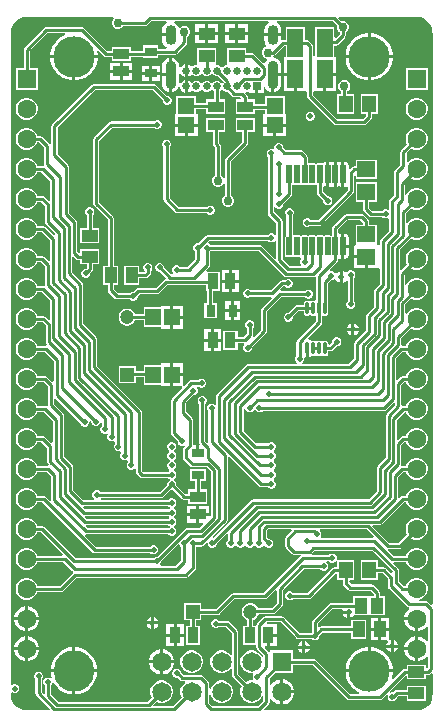
<source format=gbl>
G04*
G04 #@! TF.GenerationSoftware,Altium Limited,Altium Designer,21.0.9 (235)*
G04*
G04 Layer_Physical_Order=2*
G04 Layer_Color=16711680*
%FSLAX25Y25*%
%MOIN*%
G70*
G04*
G04 #@! TF.SameCoordinates,E5CA4AE1-0186-4FD9-A07E-2EFFEE8FE40E*
G04*
G04*
G04 #@! TF.FilePolarity,Positive*
G04*
G01*
G75*
%ADD12C,0.01000*%
%ADD19R,0.05315X0.03937*%
%ADD20R,0.06102X0.05512*%
%ADD26R,0.05315X0.03740*%
%ADD29R,0.03740X0.05315*%
%ADD32R,0.03937X0.05315*%
%ADD50C,0.02559*%
%ADD51R,0.02559X0.02559*%
G04:AMPARAMS|DCode=52|XSize=35.43mil|YSize=94.49mil|CornerRadius=17.72mil|HoleSize=0mil|Usage=FLASHONLY|Rotation=180.000|XOffset=0mil|YOffset=0mil|HoleType=Round|Shape=RoundedRectangle|*
%AMROUNDEDRECTD52*
21,1,0.03543,0.05906,0,0,180.0*
21,1,0.00000,0.09449,0,0,180.0*
1,1,0.03543,0.00000,0.02953*
1,1,0.03543,0.00000,0.02953*
1,1,0.03543,0.00000,-0.02953*
1,1,0.03543,0.00000,-0.02953*
%
%ADD52ROUNDEDRECTD52*%
G04:AMPARAMS|DCode=53|XSize=35.43mil|YSize=66.93mil|CornerRadius=17.72mil|HoleSize=0mil|Usage=FLASHONLY|Rotation=180.000|XOffset=0mil|YOffset=0mil|HoleType=Round|Shape=RoundedRectangle|*
%AMROUNDEDRECTD53*
21,1,0.03543,0.03150,0,0,180.0*
21,1,0.00000,0.06693,0,0,180.0*
1,1,0.03543,0.00000,0.01575*
1,1,0.03543,0.00000,0.01575*
1,1,0.03543,0.00000,-0.01575*
1,1,0.03543,0.00000,-0.01575*
%
%ADD53ROUNDEDRECTD53*%
%ADD60R,0.04724X0.04724*%
%ADD61C,0.04724*%
%ADD62R,0.04724X0.04724*%
%ADD63C,0.13780*%
%ADD64O,0.13386X0.13780*%
%ADD65C,0.06299*%
%ADD66R,0.06299X0.06299*%
%ADD67C,0.06496*%
%ADD68R,0.06496X0.06496*%
%ADD69C,0.02000*%
%ADD70C,0.03000*%
%ADD71R,0.04724X0.05709*%
%ADD72R,0.04331X0.05315*%
%ADD73R,0.04134X0.03150*%
%ADD74R,0.05315X0.05709*%
%ADD75R,0.03150X0.04134*%
G04:AMPARAMS|DCode=76|XSize=17.72mil|YSize=62.99mil|CornerRadius=1.95mil|HoleSize=0mil|Usage=FLASHONLY|Rotation=180.000|XOffset=0mil|YOffset=0mil|HoleType=Round|Shape=RoundedRectangle|*
%AMROUNDEDRECTD76*
21,1,0.01772,0.05909,0,0,180.0*
21,1,0.01382,0.06299,0,0,180.0*
1,1,0.00390,-0.00691,0.02955*
1,1,0.00390,0.00691,0.02955*
1,1,0.00390,0.00691,-0.02955*
1,1,0.00390,-0.00691,-0.02955*
%
%ADD76ROUNDEDRECTD76*%
G04:AMPARAMS|DCode=77|XSize=11.81mil|YSize=39.37mil|CornerRadius=1.95mil|HoleSize=0mil|Usage=FLASHONLY|Rotation=0.000|XOffset=0mil|YOffset=0mil|HoleType=Round|Shape=RoundedRectangle|*
%AMROUNDEDRECTD77*
21,1,0.01181,0.03547,0,0,0.0*
21,1,0.00791,0.03937,0,0,0.0*
1,1,0.00390,0.00396,-0.01774*
1,1,0.00390,-0.00396,-0.01774*
1,1,0.00390,-0.00396,0.01774*
1,1,0.00390,0.00396,0.01774*
%
%ADD77ROUNDEDRECTD77*%
%ADD78R,0.05709X0.05315*%
%ADD79R,0.05315X0.03740*%
%ADD80R,0.05315X0.09252*%
%ADD81R,0.05512X0.04134*%
G36*
X137795Y233704D02*
Y233704D01*
X138287Y233683D01*
X139193Y233564D01*
X140496Y233025D01*
X141615Y232166D01*
X142473Y231047D01*
X143013Y229745D01*
X143132Y228838D01*
X143152Y228346D01*
X143152Y228346D01*
X143152Y227854D01*
X143152Y37880D01*
X142691Y37688D01*
X141666Y38713D01*
X141335Y38934D01*
X140945Y39012D01*
X138572D01*
X138506Y39512D01*
X139243Y39709D01*
X140076Y40190D01*
X140755Y40869D01*
X141235Y41701D01*
X141484Y42630D01*
Y43591D01*
X141235Y44519D01*
X140755Y45351D01*
X140076Y46031D01*
X139243Y46511D01*
X138315Y46760D01*
X137354D01*
X136426Y46511D01*
X135594Y46031D01*
X134914Y45351D01*
X134434Y44519D01*
X134329Y44130D01*
X133493D01*
X131925Y45698D01*
Y49213D01*
X131848Y49603D01*
X131626Y49934D01*
X129969Y51591D01*
X130176Y52091D01*
X134329D01*
X134434Y51701D01*
X134914Y50869D01*
X135594Y50190D01*
X136426Y49709D01*
X137354Y49461D01*
X138315D01*
X139243Y49709D01*
X140076Y50190D01*
X140755Y50869D01*
X141235Y51701D01*
X141484Y52630D01*
Y53591D01*
X141235Y54519D01*
X140755Y55351D01*
X140076Y56031D01*
X139243Y56511D01*
X138315Y56760D01*
X137354D01*
X136426Y56511D01*
X135594Y56031D01*
X134914Y55351D01*
X134434Y54519D01*
X134329Y54130D01*
X129989D01*
X128158Y55961D01*
X128366Y56461D01*
X132205D01*
X132595Y56538D01*
X132926Y56759D01*
X136077Y59911D01*
X136426Y59709D01*
X137354Y59461D01*
X138315D01*
X139243Y59709D01*
X140076Y60190D01*
X140755Y60869D01*
X141235Y61702D01*
X141484Y62630D01*
Y63591D01*
X141235Y64519D01*
X140755Y65351D01*
X140076Y66031D01*
X139243Y66511D01*
X138315Y66760D01*
X137354D01*
X136426Y66511D01*
X135594Y66031D01*
X134914Y65351D01*
X134434Y64519D01*
X134185Y63591D01*
Y62630D01*
X134434Y61702D01*
X134635Y61353D01*
X131782Y58500D01*
X128572D01*
X123049Y64022D01*
X123241Y64484D01*
X125543D01*
X125934Y64562D01*
X126264Y64783D01*
X133572Y72091D01*
X134329D01*
X134434Y71702D01*
X134914Y70869D01*
X135594Y70190D01*
X136426Y69709D01*
X137354Y69461D01*
X138315D01*
X139243Y69709D01*
X140076Y70190D01*
X140755Y70869D01*
X141235Y71702D01*
X141484Y72630D01*
Y73591D01*
X141235Y74519D01*
X140755Y75351D01*
X140076Y76031D01*
X139243Y76511D01*
X138315Y76760D01*
X137354D01*
X136426Y76511D01*
X135594Y76031D01*
X134914Y75351D01*
X134434Y74519D01*
X134329Y74130D01*
X133150D01*
X132759Y74052D01*
X132429Y73831D01*
X132031Y73434D01*
X131531Y73641D01*
Y80286D01*
X133336Y82091D01*
X134329D01*
X134434Y81701D01*
X134914Y80869D01*
X135594Y80190D01*
X136426Y79709D01*
X137354Y79461D01*
X138315D01*
X139243Y79709D01*
X140076Y80190D01*
X140755Y80869D01*
X141235Y81701D01*
X141484Y82630D01*
Y83591D01*
X141235Y84519D01*
X140755Y85351D01*
X140076Y86031D01*
X139243Y86511D01*
X138315Y86760D01*
X137354D01*
X136426Y86511D01*
X135594Y86031D01*
X134914Y85351D01*
X134434Y84519D01*
X134329Y84130D01*
X133107D01*
X132761Y84469D01*
X132703Y84598D01*
X132712Y84646D01*
Y90916D01*
X133860Y92064D01*
X134352Y92006D01*
X134434Y91702D01*
X134914Y90869D01*
X135594Y90190D01*
X136426Y89709D01*
X137354Y89461D01*
X138315D01*
X139243Y89709D01*
X140076Y90190D01*
X140755Y90869D01*
X141235Y91702D01*
X141484Y92630D01*
Y93591D01*
X141235Y94519D01*
X140755Y95351D01*
X140076Y96031D01*
X139243Y96511D01*
X138315Y96760D01*
X137354D01*
X136426Y96511D01*
X135594Y96031D01*
X134914Y95351D01*
X134434Y94519D01*
X134329Y94130D01*
X133465D01*
X133074Y94052D01*
X132744Y93831D01*
X131600Y92687D01*
X131138Y92879D01*
Y99381D01*
X133847Y102091D01*
X134329D01*
X134434Y101701D01*
X134914Y100869D01*
X135594Y100190D01*
X136426Y99709D01*
X137354Y99461D01*
X138315D01*
X139243Y99709D01*
X140076Y100190D01*
X140755Y100869D01*
X141235Y101701D01*
X141484Y102630D01*
Y103591D01*
X141235Y104519D01*
X140755Y105351D01*
X140076Y106031D01*
X139243Y106511D01*
X138315Y106760D01*
X137354D01*
X136426Y106511D01*
X135594Y106031D01*
X134914Y105351D01*
X134434Y104519D01*
X134329Y104130D01*
X133425D01*
X133212Y104087D01*
X132791Y104345D01*
X132712Y104438D01*
Y110995D01*
X133808Y112091D01*
X134329D01*
X134434Y111702D01*
X134914Y110869D01*
X135594Y110190D01*
X136426Y109709D01*
X137354Y109461D01*
X138315D01*
X139243Y109709D01*
X140076Y110190D01*
X140755Y110869D01*
X141235Y111702D01*
X141484Y112630D01*
Y113591D01*
X141235Y114519D01*
X140755Y115351D01*
X140076Y116031D01*
X139243Y116511D01*
X138315Y116760D01*
X137354D01*
X136426Y116511D01*
X135594Y116031D01*
X134914Y115351D01*
X134434Y114519D01*
X134329Y114130D01*
X133386D01*
X132996Y114052D01*
X132665Y113831D01*
X131441Y112607D01*
X130941Y112814D01*
Y119853D01*
X133178Y122091D01*
X134329D01*
X134434Y121702D01*
X134914Y120869D01*
X135594Y120190D01*
X136426Y119709D01*
X137354Y119461D01*
X138315D01*
X139243Y119709D01*
X140076Y120190D01*
X140755Y120869D01*
X141235Y121702D01*
X141484Y122630D01*
Y123591D01*
X141235Y124519D01*
X140755Y125351D01*
X140076Y126031D01*
X139243Y126511D01*
X138315Y126760D01*
X137354D01*
X136426Y126511D01*
X135594Y126031D01*
X134914Y125351D01*
X134434Y124519D01*
X134329Y124130D01*
X133167D01*
X132732Y124398D01*
X132712Y124609D01*
Y126546D01*
X136077Y129911D01*
X136426Y129709D01*
X137354Y129461D01*
X138315D01*
X139243Y129709D01*
X140076Y130190D01*
X140755Y130869D01*
X141235Y131702D01*
X141484Y132630D01*
Y133591D01*
X141235Y134519D01*
X140755Y135351D01*
X140076Y136031D01*
X139243Y136511D01*
X138315Y136760D01*
X137354D01*
X136426Y136511D01*
X135594Y136031D01*
X134914Y135351D01*
X134590Y134790D01*
X134090Y134924D01*
Y137924D01*
X136077Y139911D01*
X136426Y139709D01*
X137354Y139461D01*
X138315D01*
X139243Y139709D01*
X140076Y140190D01*
X140755Y140869D01*
X141235Y141701D01*
X141484Y142630D01*
Y143591D01*
X141235Y144519D01*
X140755Y145351D01*
X140076Y146031D01*
X139243Y146511D01*
X138315Y146760D01*
X137354D01*
X136426Y146511D01*
X135594Y146031D01*
X134914Y145351D01*
X134434Y144519D01*
X134394Y144369D01*
X133894Y144435D01*
Y147727D01*
X136077Y149911D01*
X136426Y149709D01*
X137354Y149461D01*
X138315D01*
X139243Y149709D01*
X140076Y150190D01*
X140755Y150869D01*
X141235Y151701D01*
X141484Y152630D01*
Y153591D01*
X141235Y154519D01*
X140755Y155351D01*
X140076Y156031D01*
X139243Y156511D01*
X138315Y156760D01*
X137354D01*
X136426Y156511D01*
X135594Y156031D01*
X134914Y155351D01*
X134434Y154519D01*
X134185Y153591D01*
Y152630D01*
X134434Y151701D01*
X134635Y151353D01*
X132781Y149498D01*
X132319Y149690D01*
Y156152D01*
X136077Y159911D01*
X136426Y159709D01*
X137354Y159461D01*
X138315D01*
X139243Y159709D01*
X140076Y160190D01*
X140755Y160869D01*
X141235Y161702D01*
X141484Y162630D01*
Y163591D01*
X141235Y164519D01*
X140755Y165351D01*
X140076Y166031D01*
X139243Y166511D01*
X138315Y166760D01*
X137354D01*
X136426Y166511D01*
X135594Y166031D01*
X134914Y165351D01*
X134787Y165131D01*
X134287Y165265D01*
Y168121D01*
X136077Y169911D01*
X136426Y169709D01*
X137354Y169461D01*
X138315D01*
X139243Y169709D01*
X140076Y170190D01*
X140755Y170869D01*
X141235Y171702D01*
X141484Y172630D01*
Y173591D01*
X141235Y174519D01*
X140755Y175351D01*
X140076Y176031D01*
X139243Y176511D01*
X138315Y176760D01*
X137354D01*
X136426Y176511D01*
X135594Y176031D01*
X134914Y175351D01*
X134434Y174519D01*
X134394Y174369D01*
X133894Y174435D01*
Y177727D01*
X136077Y179911D01*
X136426Y179709D01*
X137354Y179461D01*
X138315D01*
X139243Y179709D01*
X140076Y180190D01*
X140755Y180869D01*
X141235Y181702D01*
X141484Y182630D01*
Y183591D01*
X141235Y184519D01*
X140755Y185351D01*
X140076Y186031D01*
X139243Y186511D01*
X138315Y186760D01*
X137354D01*
X136426Y186511D01*
X135594Y186031D01*
X134984Y185421D01*
X134484Y185520D01*
Y188318D01*
X136077Y189911D01*
X136426Y189709D01*
X137354Y189461D01*
X138315D01*
X139243Y189709D01*
X140076Y190190D01*
X140755Y190869D01*
X141235Y191701D01*
X141484Y192630D01*
Y193591D01*
X141235Y194519D01*
X140755Y195351D01*
X140076Y196031D01*
X139243Y196511D01*
X138315Y196760D01*
X137354D01*
X136426Y196511D01*
X135594Y196031D01*
X134914Y195351D01*
X134434Y194519D01*
X134185Y193591D01*
Y192630D01*
X134434Y191701D01*
X134635Y191353D01*
X132744Y189461D01*
X132523Y189130D01*
X132445Y188740D01*
Y184477D01*
X130578Y182611D01*
X130357Y182280D01*
X130280Y181890D01*
Y174241D01*
X129003Y172965D01*
X128782Y172634D01*
X128705Y172244D01*
Y169739D01*
X128205Y169466D01*
X127857Y169610D01*
X127261D01*
X126709Y169382D01*
X126457Y169130D01*
X123060D01*
X122083Y170107D01*
Y172138D01*
X124614D01*
Y178650D01*
X117512D01*
Y172138D01*
X120043D01*
Y169685D01*
X120121Y169295D01*
X120342Y168964D01*
X121917Y167389D01*
X122248Y167168D01*
X122638Y167091D01*
X126457D01*
X126709Y166839D01*
X127261Y166610D01*
X127857D01*
X128205Y166754D01*
X128705Y166481D01*
Y162430D01*
X125854Y159579D01*
X125633Y159248D01*
X125555Y158858D01*
Y157797D01*
X125099Y157534D01*
X124664Y157659D01*
X124614Y157965D01*
X124614Y157996D01*
Y164476D01*
X122083D01*
Y165551D01*
X122005Y165941D01*
X121784Y166272D01*
X120209Y167847D01*
X119878Y168068D01*
X119488Y168146D01*
X114567D01*
X114177Y168068D01*
X113846Y167847D01*
X110007Y164008D01*
X109786Y163678D01*
X109709Y163287D01*
Y161063D01*
X109685Y161040D01*
X109247Y160849D01*
X109131Y160893D01*
X108860Y160947D01*
X107478D01*
X107207Y160893D01*
X106890Y160772D01*
X106572Y160893D01*
X106301Y160947D01*
X104919D01*
X104648Y160893D01*
X104331Y160772D01*
X104013Y160893D01*
X103742Y160947D01*
X102360D01*
X102089Y160893D01*
X101772Y160772D01*
X101454Y160893D01*
X101183Y160947D01*
X99801D01*
X99530Y160893D01*
X99213Y160772D01*
X98895Y160893D01*
X98624Y160947D01*
X97242D01*
X96992Y160897D01*
X96968Y160895D01*
X96492Y161174D01*
Y167402D01*
X96744Y167654D01*
X96972Y168206D01*
Y168802D01*
X96744Y169354D01*
X96322Y169776D01*
X95771Y170004D01*
X95174D01*
X94623Y169776D01*
X94201Y169354D01*
X93972Y168802D01*
Y168206D01*
X94201Y167654D01*
X94453Y167402D01*
Y160901D01*
X94412Y160893D01*
X94182Y160739D01*
X94029Y160509D01*
X93975Y160238D01*
Y154329D01*
X94029Y154058D01*
X94182Y153828D01*
X94412Y153674D01*
X94683Y153620D01*
X96065D01*
X96336Y153674D01*
X96653Y153795D01*
X96971Y153674D01*
X97242Y153620D01*
X98624D01*
X98834Y153662D01*
X99098Y153535D01*
X99325Y153379D01*
X99366Y153096D01*
X99358Y153054D01*
X99221Y152917D01*
X98992Y152365D01*
Y151769D01*
X99221Y151217D01*
X99312Y151126D01*
X99105Y150626D01*
X95501D01*
X93146Y152981D01*
Y165551D01*
X93068Y165941D01*
X92847Y166272D01*
X90193Y168926D01*
Y170225D01*
X90527Y170358D01*
X90693Y170375D01*
X91079Y169988D01*
X91631Y169760D01*
X92228D01*
X92779Y169988D01*
X93201Y170410D01*
X93429Y170961D01*
Y171318D01*
X96095Y173984D01*
X96316Y174315D01*
X96394Y174705D01*
Y177520D01*
X96418Y177543D01*
X96856Y177734D01*
X96971Y177690D01*
X97242Y177636D01*
X98624D01*
X98895Y177690D01*
X99213Y177810D01*
X99530Y177690D01*
X99801Y177636D01*
X101183D01*
X101454Y177690D01*
X101772Y177810D01*
X102089Y177690D01*
X102360Y177636D01*
X103742D01*
X104013Y177690D01*
X104128Y177734D01*
X104566Y177543D01*
X104591Y177520D01*
Y175098D01*
X104668Y174708D01*
X104889Y174378D01*
X106768Y172499D01*
Y172143D01*
X106996Y171591D01*
X107418Y171169D01*
X107969Y170941D01*
X108566D01*
X109117Y171169D01*
X109539Y171591D01*
X109768Y172143D01*
Y172739D01*
X109539Y173291D01*
X109117Y173713D01*
X108566Y173941D01*
X108210D01*
X106630Y175521D01*
Y176919D01*
X107130Y177196D01*
X107478Y177126D01*
X107669D01*
Y181299D01*
Y185472D01*
X107478D01*
X107012Y185380D01*
X106617Y185115D01*
X106490Y184925D01*
X106301Y184962D01*
X104919D01*
X104648Y184908D01*
X104331Y184788D01*
X104013Y184908D01*
X103742Y184962D01*
X102360D01*
X102089Y184908D01*
X101974Y184865D01*
X101536Y185056D01*
X101512Y185078D01*
Y187106D01*
X101434Y187496D01*
X101213Y187827D01*
X99934Y189107D01*
X99603Y189328D01*
X99213Y189405D01*
X94138D01*
X93415Y190128D01*
Y190485D01*
X93187Y191036D01*
X92765Y191458D01*
X92213Y191686D01*
X91617D01*
X91065Y191458D01*
X90643Y191036D01*
X90415Y190485D01*
Y189888D01*
X90016Y189545D01*
X89668Y189689D01*
X89072D01*
X88520Y189461D01*
X88098Y189039D01*
X87870Y188487D01*
Y187891D01*
X88098Y187339D01*
X88350Y187087D01*
Y178681D01*
X88231Y178503D01*
X88154Y178113D01*
Y168504D01*
X88231Y168114D01*
X88452Y167783D01*
X91106Y165129D01*
Y161074D01*
X90772Y160941D01*
X90606Y160924D01*
X90220Y161311D01*
X89668Y161539D01*
X89072D01*
X88520Y161311D01*
X88268Y161059D01*
X68307D01*
X67917Y160981D01*
X67586Y160760D01*
X65019Y158193D01*
X64662D01*
X64111Y157965D01*
X63689Y157543D01*
X63461Y156991D01*
Y156395D01*
X63689Y155843D01*
X63941Y155591D01*
Y152981D01*
X61389Y150429D01*
X58976D01*
X58724Y150681D01*
X58172Y150909D01*
X57576D01*
X57024Y150681D01*
X56602Y150259D01*
X56374Y149708D01*
Y149111D01*
X56602Y148560D01*
X56792Y148370D01*
X56585Y147870D01*
X55934D01*
X53665Y150139D01*
Y150495D01*
X53437Y151047D01*
X53015Y151469D01*
X52464Y151697D01*
X51867D01*
X51316Y151469D01*
X50894Y151047D01*
X50665Y150495D01*
Y149899D01*
X50894Y149347D01*
X51316Y148925D01*
X51867Y148697D01*
X52223D01*
X54151Y146769D01*
X53987Y146227D01*
X53940Y146218D01*
X53610Y145997D01*
X50956Y143342D01*
X45079D01*
X44689Y143265D01*
X44358Y143044D01*
X43365Y142051D01*
X43009D01*
X42457Y141823D01*
X42205Y141571D01*
X38414D01*
X36846Y143139D01*
Y144480D01*
X38295D01*
Y150795D01*
X36846D01*
Y166732D01*
X36769Y167122D01*
X36548Y167453D01*
X32122Y171879D01*
Y192491D01*
X36446Y196815D01*
X50276D01*
X50528Y196563D01*
X51080Y196335D01*
X51676D01*
X52228Y196563D01*
X52650Y196985D01*
X52878Y197536D01*
Y198133D01*
X52650Y198684D01*
X52228Y199106D01*
X51676Y199335D01*
X51080D01*
X50528Y199106D01*
X50276Y198854D01*
X36024D01*
X35633Y198777D01*
X35303Y198556D01*
X30381Y193634D01*
X30160Y193304D01*
X30083Y192913D01*
Y171457D01*
X30160Y171066D01*
X30381Y170736D01*
X34807Y166310D01*
Y150795D01*
X33358D01*
Y144480D01*
X34807D01*
Y142717D01*
X34885Y142326D01*
X35106Y141996D01*
X37271Y139830D01*
X37602Y139609D01*
X37992Y139532D01*
X42205D01*
X42457Y139279D01*
X43009Y139051D01*
X43606D01*
X44157Y139279D01*
X44579Y139701D01*
X44807Y140253D01*
Y140609D01*
X45501Y141303D01*
X51378D01*
X51768Y141381D01*
X52099Y141602D01*
X54753Y144256D01*
X67512D01*
Y142512D01*
X68075D01*
Y138394D01*
X67118D01*
Y133260D01*
X71268D01*
Y138394D01*
X70114D01*
Y142512D01*
X72252D01*
Y148827D01*
X67905D01*
X67698Y149327D01*
X68831Y150460D01*
X69052Y150791D01*
X69130Y151181D01*
Y155591D01*
X69212Y155673D01*
X85208D01*
X93570Y147310D01*
X93901Y147090D01*
X94291Y147012D01*
X103347D01*
X103737Y147090D01*
X103795Y147129D01*
X104295Y146862D01*
Y139455D01*
X104239Y139373D01*
X103795Y139086D01*
X103742Y139096D01*
X102951D01*
X102680Y139042D01*
X102362Y138922D01*
X102045Y139042D01*
X101774Y139096D01*
X100982D01*
X100711Y139042D01*
X100481Y138889D01*
X100328Y138659D01*
X100274Y138388D01*
Y137634D01*
X98032D01*
X97641Y137556D01*
X97311Y137335D01*
X95137Y135161D01*
X94780D01*
X94229Y134933D01*
X93807Y134511D01*
X93579Y133960D01*
Y133363D01*
X93807Y132812D01*
X94229Y132390D01*
X94780Y132161D01*
X95377D01*
X95928Y132390D01*
X96350Y132812D01*
X96579Y133363D01*
Y133720D01*
X98454Y135595D01*
X100274D01*
Y134841D01*
X100328Y134569D01*
X100481Y134340D01*
X100711Y134186D01*
X100982Y134132D01*
X101774D01*
X102045Y134186D01*
X102362Y134306D01*
X102680Y134186D01*
X102951Y134132D01*
X103742D01*
X103795Y134143D01*
X104239Y133855D01*
X104295Y133773D01*
Y132312D01*
X98098Y126115D01*
X97877Y125784D01*
X97799Y125394D01*
Y120787D01*
X97547Y120535D01*
X97319Y119983D01*
Y119387D01*
X97547Y118835D01*
X97934Y118449D01*
X97917Y118283D01*
X97785Y117949D01*
X81693D01*
X81303Y117871D01*
X80972Y117650D01*
X71326Y108004D01*
X71105Y107674D01*
X71028Y107283D01*
Y104635D01*
X70528Y104428D01*
X70338Y104618D01*
X69787Y104847D01*
X69190D01*
X68638Y104618D01*
X68217Y104196D01*
X67988Y103645D01*
Y103048D01*
X68217Y102497D01*
X68469Y102245D01*
Y92126D01*
X68504Y91950D01*
X68043Y91704D01*
X67358Y92388D01*
Y104804D01*
X67610Y105056D01*
X67839Y105607D01*
Y106204D01*
X67610Y106755D01*
X67188Y107177D01*
X66637Y107405D01*
X66040D01*
X65489Y107177D01*
X65067Y106755D01*
X64839Y106204D01*
Y105607D01*
X65067Y105056D01*
X65319Y104804D01*
Y91966D01*
X65397Y91576D01*
X65539Y91362D01*
X65461Y91144D01*
Y88287D01*
X64461D01*
Y90862D01*
X63224D01*
Y99410D01*
X63147Y99800D01*
X62926Y100130D01*
X60862Y102194D01*
Y105089D01*
X63328Y107555D01*
X63684D01*
X64236Y107783D01*
X64657Y108205D01*
X64886Y108757D01*
Y109353D01*
X64657Y109905D01*
X64610Y109952D01*
X64802Y110456D01*
X65137Y110498D01*
X65292Y110343D01*
X65843Y110114D01*
X66440D01*
X66991Y110343D01*
X67413Y110765D01*
X67642Y111316D01*
Y111913D01*
X67413Y112464D01*
X66991Y112886D01*
X66440Y113114D01*
X65843D01*
X65292Y112886D01*
X65040Y112634D01*
X62795D01*
X62405Y112556D01*
X62074Y112335D01*
X60457Y110717D01*
X59957Y110925D01*
Y113909D01*
X56799D01*
Y110555D01*
X59587D01*
X59794Y110055D01*
X56169Y106430D01*
X55948Y106099D01*
X55870Y105709D01*
Y95079D01*
X55948Y94689D01*
X56169Y94358D01*
X58146Y92381D01*
Y92024D01*
X58374Y91473D01*
X58796Y91051D01*
X59347Y90823D01*
X59944D01*
X60262Y90955D01*
X60546Y90531D01*
X60303Y90288D01*
X60082Y89957D01*
X60004Y89567D01*
Y86811D01*
X60082Y86421D01*
X60303Y86090D01*
X62468Y83925D01*
X62799Y83704D01*
X63189Y83626D01*
X67885D01*
X69256Y82255D01*
Y67359D01*
X69118Y67260D01*
X68820Y67413D01*
X65461D01*
Y65043D01*
X66580D01*
X66771Y64581D01*
X65611Y63421D01*
X61340D01*
X60950Y63344D01*
X60619Y63122D01*
X51200Y53703D01*
X50843D01*
X50292Y53475D01*
X50040Y53223D01*
X24203D01*
X13595Y63831D01*
X13264Y64052D01*
X12874Y64130D01*
X11340D01*
X11236Y64519D01*
X10755Y65351D01*
X10076Y66031D01*
X9243Y66511D01*
X8315Y66760D01*
X7354D01*
X6426Y66511D01*
X5594Y66031D01*
X4914Y65351D01*
X4434Y64519D01*
X4185Y63591D01*
Y62630D01*
X4434Y61702D01*
X4914Y60869D01*
X5594Y60190D01*
X6426Y59709D01*
X7354Y59461D01*
X8315D01*
X9243Y59709D01*
X10076Y60190D01*
X10755Y60869D01*
X11236Y61702D01*
X11340Y62091D01*
X12452D01*
X19951Y54592D01*
X19759Y54130D01*
X11340D01*
X11236Y54519D01*
X10755Y55351D01*
X10076Y56031D01*
X9243Y56511D01*
X8315Y56760D01*
X7354D01*
X6426Y56511D01*
X5594Y56031D01*
X4914Y55351D01*
X4434Y54519D01*
X4185Y53591D01*
Y52630D01*
X4434Y51701D01*
X4914Y50869D01*
X5594Y50190D01*
X6426Y49709D01*
X7354Y49461D01*
X8315D01*
X9243Y49709D01*
X10076Y50190D01*
X10755Y50869D01*
X11236Y51701D01*
X11340Y52091D01*
X20089D01*
X23098Y49082D01*
X23140Y49054D01*
X23193Y48882D01*
X23179Y48440D01*
X18869Y44130D01*
X11340D01*
X11236Y44519D01*
X10755Y45351D01*
X10076Y46031D01*
X9243Y46511D01*
X8315Y46760D01*
X7354D01*
X6426Y46511D01*
X5594Y46031D01*
X4914Y45351D01*
X4434Y44519D01*
X4185Y43591D01*
Y42630D01*
X4434Y41701D01*
X4914Y40869D01*
X5594Y40190D01*
X6426Y39709D01*
X7354Y39461D01*
X8315D01*
X9243Y39709D01*
X10076Y40190D01*
X10755Y40869D01*
X11236Y41701D01*
X11340Y42091D01*
X19291D01*
X19681Y42168D01*
X20012Y42389D01*
X24438Y46815D01*
X61024D01*
X61414Y46893D01*
X61745Y47114D01*
X64156Y49525D01*
X64377Y49856D01*
X64454Y50246D01*
Y57094D01*
X64536Y57177D01*
X66070D01*
X66460Y57254D01*
X66791Y57475D01*
X67735Y58419D01*
X68235Y58212D01*
Y57898D01*
X68463Y57346D01*
X68885Y56924D01*
X69436Y56696D01*
X70033D01*
X70584Y56924D01*
X71006Y57346D01*
X71235Y57898D01*
Y58254D01*
X74415Y61435D01*
X74915Y61227D01*
Y59298D01*
X74663Y59046D01*
X74435Y58494D01*
Y57898D01*
X74663Y57346D01*
X75085Y56924D01*
X75636Y56696D01*
X76233D01*
X76784Y56924D01*
X77206Y57346D01*
X77264Y57486D01*
X77805D01*
X77863Y57346D01*
X78285Y56924D01*
X78836Y56696D01*
X79433D01*
X79984Y56924D01*
X80406Y57346D01*
X80414Y57365D01*
X80955D01*
X80963Y57346D01*
X81385Y56924D01*
X81936Y56696D01*
X82533D01*
X83084Y56924D01*
X83506Y57346D01*
X83564Y57486D01*
X84105D01*
X84163Y57346D01*
X84585Y56924D01*
X85136Y56696D01*
X85733D01*
X86284Y56924D01*
X86706Y57346D01*
X86714Y57365D01*
X87255D01*
X87263Y57346D01*
X87685Y56924D01*
X88236Y56696D01*
X88833D01*
X89384Y56924D01*
X89806Y57346D01*
X90035Y57898D01*
Y58494D01*
X89806Y59046D01*
X89384Y59468D01*
X88833Y59696D01*
X88477D01*
X88028Y60145D01*
Y62597D01*
X88415Y62984D01*
X96071D01*
X96279Y62484D01*
X94358Y60563D01*
X94137Y60233D01*
X94059Y59842D01*
Y57480D01*
X94137Y57090D01*
X94358Y56759D01*
X96326Y54791D01*
X96657Y54570D01*
X97047Y54492D01*
X99015D01*
X99140Y54290D01*
X99204Y53992D01*
X86782Y41571D01*
X76575D01*
X76185Y41493D01*
X75854Y41272D01*
X71034Y36453D01*
X66091D01*
Y38295D01*
X60366D01*
Y32571D01*
X62209D01*
Y30716D01*
X60858D01*
Y24402D01*
X65598D01*
Y30716D01*
X64248D01*
Y32571D01*
X66091D01*
Y34413D01*
X71457D01*
X71847Y34491D01*
X72178Y34712D01*
X76997Y39532D01*
X87205D01*
X87595Y39609D01*
X87926Y39830D01*
X90803Y42708D01*
X91303Y42501D01*
Y38414D01*
X89538Y36650D01*
X85044D01*
X84731Y37190D01*
X84198Y37723D01*
X83546Y38100D01*
X82818Y38295D01*
X82064D01*
X81336Y38100D01*
X80683Y37723D01*
X80151Y37190D01*
X79774Y36538D01*
X79579Y35810D01*
Y35056D01*
X79774Y34328D01*
X80151Y33676D01*
X80683Y33143D01*
X81336Y32766D01*
X81421Y32743D01*
Y30716D01*
X80071D01*
Y24402D01*
X84413D01*
Y23819D01*
X84491Y23429D01*
X84712Y23098D01*
X86776Y21034D01*
Y20401D01*
X86638Y20347D01*
X86276Y20315D01*
X85834Y21081D01*
X85136Y21779D01*
X84281Y22272D01*
X83328Y22528D01*
X82341D01*
X81388Y22272D01*
X80533Y21779D01*
X79835Y21081D01*
X79342Y20226D01*
X79087Y19273D01*
Y18286D01*
X79342Y17333D01*
X79835Y16478D01*
X80533Y15780D01*
X81388Y15287D01*
X82341Y15032D01*
X83069D01*
X83192Y14869D01*
X83335Y14534D01*
X83146Y14078D01*
Y13481D01*
X83335Y13025D01*
X83192Y12690D01*
X83069Y12528D01*
X82341D01*
X81388Y12272D01*
X81005Y12051D01*
X78382Y14674D01*
Y28740D01*
X78304Y29130D01*
X78083Y29461D01*
X75327Y32217D01*
X74997Y32438D01*
X74606Y32516D01*
X71968D01*
X71716Y32768D01*
X71165Y32996D01*
X70568D01*
X70016Y32768D01*
X69595Y32346D01*
X69366Y31794D01*
Y31198D01*
X69595Y30646D01*
X70016Y30224D01*
X70568Y29996D01*
X71165D01*
X71716Y30224D01*
X71968Y30476D01*
X74184D01*
X76343Y28318D01*
Y21200D01*
X75843Y21066D01*
X75834Y21081D01*
X75136Y21779D01*
X74281Y22272D01*
X73328Y22528D01*
X72341D01*
X71388Y22272D01*
X70533Y21779D01*
X69836Y21081D01*
X69342Y20226D01*
X69087Y19273D01*
Y18286D01*
X69342Y17333D01*
X69836Y16478D01*
X70533Y15780D01*
X71388Y15287D01*
X72341Y15032D01*
X73328D01*
X74281Y15287D01*
X75136Y15780D01*
X75834Y16478D01*
X75843Y16493D01*
X76343Y16359D01*
Y14252D01*
X76420Y13862D01*
X76641Y13531D01*
X79563Y10609D01*
X79342Y10226D01*
X79087Y9273D01*
Y8286D01*
X79342Y7333D01*
X79835Y6478D01*
X80533Y5780D01*
X81388Y5287D01*
X82341Y5032D01*
X83328D01*
X84281Y5287D01*
X85136Y5780D01*
X85834Y6478D01*
X86276Y7243D01*
X86638Y7212D01*
X86776Y7158D01*
Y5737D01*
X85027Y3988D01*
X69714D01*
X68736Y4966D01*
Y7662D01*
X69236Y7728D01*
X69342Y7333D01*
X69836Y6478D01*
X70533Y5780D01*
X71388Y5287D01*
X72341Y5032D01*
X73328D01*
X74281Y5287D01*
X75136Y5780D01*
X75834Y6478D01*
X76327Y7333D01*
X76583Y8286D01*
Y9273D01*
X76327Y10226D01*
X75834Y11081D01*
X75136Y11779D01*
X74281Y12272D01*
X73328Y12528D01*
X72341D01*
X71388Y12272D01*
X70533Y11779D01*
X69836Y11081D01*
X69342Y10226D01*
X69236Y9831D01*
X68736Y9897D01*
Y11614D01*
X68659Y12004D01*
X68437Y12335D01*
X66666Y14107D01*
X66335Y14328D01*
X65945Y14405D01*
X60142D01*
X59374Y15173D01*
Y15259D01*
X59146Y15810D01*
X58724Y16232D01*
X58172Y16461D01*
X57576D01*
X57024Y16232D01*
X56602Y15810D01*
X56374Y15259D01*
Y14662D01*
X56602Y14111D01*
X57024Y13689D01*
X57576Y13461D01*
X58172D01*
X58194Y13469D01*
X58999Y12665D01*
X59329Y12444D01*
X59719Y12366D01*
X60551D01*
X60685Y11866D01*
X60533Y11779D01*
X59835Y11081D01*
X59342Y10226D01*
X59087Y9273D01*
Y8286D01*
X59342Y7333D01*
X59563Y6950D01*
X56601Y3988D01*
X50138D01*
X49947Y4450D01*
X51005Y5508D01*
X51388Y5287D01*
X52341Y5032D01*
X53328D01*
X54281Y5287D01*
X55136Y5780D01*
X55834Y6478D01*
X56327Y7333D01*
X56583Y8286D01*
Y9273D01*
X56327Y10226D01*
X55834Y11081D01*
X55136Y11779D01*
X54281Y12272D01*
X53328Y12528D01*
X52341D01*
X51388Y12272D01*
X50533Y11779D01*
X49836Y11081D01*
X49342Y10226D01*
X49087Y9273D01*
Y8286D01*
X49342Y7333D01*
X49563Y6950D01*
X48101Y5488D01*
X18395D01*
X15980Y7903D01*
Y10906D01*
X16232Y11158D01*
X16428Y11630D01*
X16702Y11705D01*
X16957Y11701D01*
X17195Y11257D01*
X18156Y10085D01*
X19327Y9124D01*
X20664Y8410D01*
X22114Y7970D01*
X23122Y7870D01*
Y15248D01*
X15922D01*
X16040Y14043D01*
X16165Y13632D01*
X15962Y13430D01*
X15741Y13308D01*
X15259Y13508D01*
X14662D01*
X14111Y13280D01*
X13689Y12858D01*
X13461Y12306D01*
Y11710D01*
X13689Y11158D01*
X13941Y10906D01*
Y8233D01*
X13479Y8042D01*
X12831Y8690D01*
Y12875D01*
X13083Y13127D01*
X13311Y13678D01*
Y14275D01*
X13083Y14826D01*
X12661Y15248D01*
X12109Y15476D01*
X11513D01*
X10961Y15248D01*
X10539Y14826D01*
X10311Y14275D01*
Y13678D01*
X10539Y13127D01*
X10791Y12875D01*
Y8268D01*
X10869Y7878D01*
X11090Y7547D01*
X15658Y2979D01*
X15467Y2517D01*
X8371D01*
X8367Y2517D01*
X7874Y2517D01*
X7382Y2537D01*
X6476Y2656D01*
X5173Y3196D01*
X4054Y4054D01*
X3196Y5173D01*
X2656Y6476D01*
X2537Y7382D01*
X2517Y7874D01*
X2517Y7874D01*
X2517Y8434D01*
X3017Y8641D01*
X3087Y8571D01*
X3639Y8343D01*
X4235D01*
X4787Y8571D01*
X5209Y8993D01*
X5437Y9544D01*
Y10141D01*
X5209Y10692D01*
X4787Y11114D01*
X4235Y11343D01*
X3639D01*
X3087Y11114D01*
X3017Y11044D01*
X2517Y11251D01*
X2517Y228346D01*
X2490Y228481D01*
X2656Y229745D01*
X3196Y231047D01*
X4054Y232166D01*
X5173Y233025D01*
X6476Y233564D01*
X7382Y233683D01*
X7874Y233704D01*
X8374Y233704D01*
X36664D01*
X36871Y233204D01*
X36494Y232826D01*
X36189Y232091D01*
Y231295D01*
X36494Y230560D01*
X37056Y229997D01*
X37791Y229693D01*
X38587D01*
X39322Y229997D01*
X39884Y230560D01*
X39931Y230673D01*
X47260D01*
X47650Y230751D01*
X47981Y230972D01*
X49241Y232232D01*
X54406D01*
X54505Y231732D01*
X54409Y231693D01*
X53830Y231248D01*
X53386Y230669D01*
X53107Y229995D01*
X53012Y229272D01*
Y228197D01*
X55807D01*
Y227197D01*
X53012D01*
Y226122D01*
X53107Y225398D01*
X53386Y224724D01*
X53830Y224145D01*
X54409Y223701D01*
X54496Y223665D01*
X54396Y223165D01*
X51780D01*
Y224220D01*
X46646D01*
Y222476D01*
X42528D01*
Y223827D01*
X36213D01*
Y222476D01*
X34674D01*
X27099Y230052D01*
X26768Y230273D01*
X26378Y230350D01*
X14370D01*
X13980Y230273D01*
X13649Y230052D01*
X7114Y223516D01*
X6893Y223185D01*
X6815Y222795D01*
Y216760D01*
X4185D01*
Y209461D01*
X11484D01*
Y216760D01*
X8854D01*
Y222373D01*
X14792Y228311D01*
X20623D01*
X20722Y227811D01*
X19885Y227464D01*
X18593Y226601D01*
X17494Y225502D01*
X16630Y224210D01*
X16036Y222774D01*
X15732Y221250D01*
Y220972D01*
X23622D01*
X31512D01*
Y221250D01*
X31314Y222246D01*
X31774Y222492D01*
X33531Y220736D01*
X33862Y220515D01*
X34252Y220437D01*
X36213D01*
Y219087D01*
X42528D01*
Y220437D01*
X46646D01*
Y220071D01*
X51780D01*
Y221126D01*
X57382D01*
X57772Y221204D01*
X58103Y221425D01*
X61154Y224476D01*
X61375Y224807D01*
X61453Y225197D01*
Y226998D01*
X61566Y227045D01*
X62129Y227607D01*
X62433Y228342D01*
Y229138D01*
X62129Y229873D01*
X61566Y230436D01*
X60831Y230740D01*
X60035D01*
X59300Y230436D01*
X58974Y230110D01*
X58961Y230107D01*
X58403Y230246D01*
X58228Y230669D01*
X57784Y231248D01*
X57205Y231693D01*
X57109Y231732D01*
X57209Y232232D01*
X88461D01*
X88560Y231732D01*
X88464Y231693D01*
X87885Y231248D01*
X87441Y230669D01*
X87162Y229995D01*
X87067Y229272D01*
Y228197D01*
X89862D01*
X92658D01*
Y229272D01*
X92563Y229995D01*
X92283Y230669D01*
X91839Y231248D01*
X91260Y231693D01*
X91164Y231732D01*
X91264Y232232D01*
X109830D01*
X111236Y230826D01*
X111189Y230713D01*
Y229917D01*
X111494Y229182D01*
X112056Y228619D01*
X112169Y228573D01*
Y227981D01*
X110903Y226715D01*
X110441Y226906D01*
Y230224D01*
X104126D01*
Y220645D01*
X104045Y220564D01*
X103415Y220636D01*
X103382Y220690D01*
Y224016D01*
X103304Y224406D01*
X103083Y224737D01*
X102099Y225721D01*
X101768Y225942D01*
X101378Y226020D01*
X100598D01*
Y230224D01*
X94283D01*
Y226020D01*
X93283D01*
X93145Y225992D01*
X93062Y226014D01*
X92684Y226319D01*
X92658Y226366D01*
Y227197D01*
X89862D01*
X87067D01*
Y226122D01*
X87162Y225398D01*
X87441Y224724D01*
X87743Y224331D01*
X87748Y224280D01*
X87617Y223813D01*
X87574Y223761D01*
X87056Y223546D01*
X86493Y222983D01*
X86189Y222248D01*
Y221453D01*
X86493Y220718D01*
X87056Y220155D01*
X87769Y219860D01*
X87821Y219741D01*
X87926Y219350D01*
X87885Y219319D01*
X87441Y218740D01*
X87320Y218447D01*
X86730Y218330D01*
X83669Y221390D01*
X83338Y221611D01*
X82948Y221689D01*
X81110D01*
Y223236D01*
X74598D01*
Y218102D01*
X74598D01*
X74541Y217626D01*
X74154D01*
X73500Y217355D01*
X73149Y217004D01*
X72835Y216906D01*
X72520Y217004D01*
X72169Y217355D01*
X71515Y217626D01*
X71128D01*
X71071Y218102D01*
X71071D01*
Y223236D01*
X64559D01*
Y218102D01*
X64559D01*
X64502Y217626D01*
X64114D01*
X63460Y217355D01*
X63446Y217345D01*
X63028Y217207D01*
X62771Y217422D01*
X62413Y217779D01*
X61622Y218107D01*
Y215846D01*
Y213586D01*
X62413Y213914D01*
X63055Y214555D01*
X63446Y214348D01*
X63460Y214338D01*
X63460Y214338D01*
X64114Y214067D01*
X64823D01*
X65477Y214338D01*
X65827Y214688D01*
X66142Y214787D01*
X66456Y214688D01*
X66807Y214338D01*
X67461Y214067D01*
X68169D01*
X68823Y214338D01*
X69174Y214688D01*
X69488Y214787D01*
X69803Y214688D01*
X70153Y214338D01*
X70807Y214067D01*
X71499D01*
X73488Y212078D01*
Y212029D01*
X73149Y211689D01*
X72835Y211591D01*
X72520Y211689D01*
X72169Y212040D01*
X71515Y212311D01*
X70807D01*
X70153Y212040D01*
X69803Y211689D01*
X69488Y211591D01*
X69174Y211689D01*
X68823Y212040D01*
X68169Y212311D01*
X67461D01*
X66807Y212040D01*
X66456Y211689D01*
X66142Y211591D01*
X65827Y211689D01*
X65477Y212040D01*
X64823Y212311D01*
X64114D01*
X63460Y212040D01*
X63460Y212040D01*
X63446Y212030D01*
X63055Y211823D01*
X62413Y212464D01*
X61622Y212792D01*
Y210531D01*
Y208271D01*
X62413Y208599D01*
X63055Y209240D01*
X63446Y209033D01*
X63460Y209023D01*
X63460Y209023D01*
X64114Y208752D01*
X64823D01*
X65477Y209023D01*
X65827Y209374D01*
X66142Y209472D01*
X66456Y209374D01*
X66807Y209023D01*
X67461Y208752D01*
X68169D01*
X68823Y209023D01*
X69174Y209374D01*
X69488Y209472D01*
X69803Y209374D01*
X70142Y209034D01*
Y206209D01*
X67709D01*
Y205055D01*
X64378D01*
Y207193D01*
X57669D01*
Y201197D01*
X57169D01*
Y198039D01*
X64878D01*
Y201197D01*
X64378D01*
Y203016D01*
X67709D01*
Y201468D01*
X74024D01*
Y206209D01*
X72181D01*
Y209034D01*
X72520Y209374D01*
X72835Y209472D01*
X73149Y209374D01*
X73500Y209023D01*
X74154Y208752D01*
X74845D01*
X76248Y207350D01*
X76578Y207129D01*
X76968Y207051D01*
X79105D01*
X79448Y206709D01*
X79241Y206209D01*
X77551D01*
Y201468D01*
X83866D01*
Y202721D01*
X87197D01*
Y201197D01*
X86697D01*
Y198039D01*
X94406D01*
Y201197D01*
X93906D01*
Y207193D01*
X87197D01*
Y204760D01*
X83866D01*
Y206209D01*
X81728D01*
Y206890D01*
X81651Y207280D01*
X81430Y207611D01*
X80750Y208290D01*
X80753Y208305D01*
X80996Y208752D01*
X81555D01*
X81768Y208840D01*
X82268Y208506D01*
Y208252D01*
X84047D01*
Y210531D01*
X85047D01*
Y208252D01*
X86827D01*
Y210216D01*
X87327Y210315D01*
X87441Y210039D01*
X87885Y209460D01*
X88464Y209016D01*
X89139Y208737D01*
X89362Y208707D01*
Y214390D01*
X89862D01*
Y214890D01*
X92658D01*
Y217342D01*
X92563Y218066D01*
X92283Y218740D01*
X91839Y219319D01*
X91260Y219763D01*
X90586Y220043D01*
X90264Y220085D01*
X89986Y220597D01*
X90045Y220723D01*
X90134Y220831D01*
X90524Y220908D01*
X90855Y221129D01*
X93706Y223980D01*
X94283D01*
Y220291D01*
X93783D01*
Y215165D01*
X97441D01*
Y214665D01*
X97941D01*
Y209039D01*
X101098D01*
X101343Y208641D01*
Y207283D01*
X101420Y206893D01*
X101641Y206562D01*
X110303Y197901D01*
X110633Y197680D01*
X111024Y197602D01*
X120276D01*
X120666Y197680D01*
X120997Y197901D01*
X122768Y199673D01*
X122989Y200004D01*
X123067Y200394D01*
Y201370D01*
X124909D01*
Y208079D01*
X119185D01*
Y201370D01*
X121028D01*
Y200816D01*
X119853Y199642D01*
X111446D01*
X103382Y207706D01*
Y208641D01*
X103626Y209039D01*
X103882Y209039D01*
X106783D01*
Y214665D01*
X107283D01*
Y215165D01*
X110941D01*
Y220291D01*
X110441D01*
Y224177D01*
X110827D01*
X111217Y224255D01*
X111548Y224476D01*
X113910Y226838D01*
X114131Y227169D01*
X114209Y227559D01*
Y228573D01*
X114322Y228619D01*
X114884Y229182D01*
X115189Y229917D01*
Y230713D01*
X114884Y231448D01*
X114322Y232011D01*
X113587Y232315D01*
X112791D01*
X112678Y232268D01*
X111704Y233242D01*
X111896Y233704D01*
X137302D01*
X137795Y233704D01*
D02*
G37*
G36*
X90772Y159138D02*
X91106Y159005D01*
Y153312D01*
X90644Y153120D01*
X86351Y157414D01*
X86020Y157635D01*
X85630Y157712D01*
X69212D01*
X68960Y157965D01*
X68551Y158134D01*
X68365Y158655D01*
X68729Y159020D01*
X88268D01*
X88520Y158768D01*
X89072Y158539D01*
X89668D01*
X90220Y158768D01*
X90606Y159154D01*
X90772Y159138D01*
D02*
G37*
G36*
X120043Y165129D02*
Y164476D01*
X117512D01*
Y157996D01*
X117512Y157965D01*
X117436Y157496D01*
X117012D01*
Y154240D01*
X121063D01*
Y153740D01*
X121563D01*
Y149984D01*
X125055D01*
X125114Y149984D01*
X125555Y149842D01*
Y144714D01*
X123885Y143044D01*
X123664Y142713D01*
X123587Y142323D01*
Y137037D01*
X121326Y134776D01*
X121105Y134445D01*
X121028Y134055D01*
Y129163D01*
X117389Y125524D01*
X117168Y125193D01*
X117091Y124803D01*
Y119911D01*
X115129Y117949D01*
X99853D01*
X99721Y118283D01*
X99704Y118449D01*
X100091Y118835D01*
X100319Y119387D01*
Y119897D01*
X100326Y119913D01*
X100561Y120159D01*
X100735Y120286D01*
X100878Y120257D01*
Y123228D01*
X101878D01*
Y120257D01*
X102240Y120329D01*
X102635Y120593D01*
X102762Y120784D01*
X102951Y120746D01*
X103742D01*
X104013Y120800D01*
X104331Y120921D01*
X104648Y120800D01*
X104919Y120746D01*
X105711D01*
X105982Y120800D01*
X106299Y120921D01*
X106617Y120800D01*
X106888Y120746D01*
X107679D01*
X107950Y120800D01*
X108180Y120954D01*
X108334Y121184D01*
X108388Y121455D01*
Y122209D01*
X109055D01*
X109445Y122286D01*
X109776Y122507D01*
X111162Y123894D01*
X111519D01*
X112070Y124122D01*
X112492Y124544D01*
X112721Y125095D01*
Y125692D01*
X112492Y126243D01*
X112070Y126665D01*
X111519Y126894D01*
X110922D01*
X110371Y126665D01*
X109949Y126243D01*
X109721Y125692D01*
Y125336D01*
X108888Y124503D01*
X108388Y124710D01*
Y125002D01*
X108334Y125273D01*
X108180Y125503D01*
X107950Y125656D01*
X107679Y125710D01*
X106888D01*
X106617Y125656D01*
X106299Y125536D01*
X105982Y125656D01*
X105711Y125710D01*
X104919D01*
X104648Y125656D01*
X104331Y125536D01*
X104013Y125656D01*
X103742Y125710D01*
X102951D01*
X102762Y125673D01*
X102635Y125863D01*
X102240Y126128D01*
X101791Y126217D01*
X101666Y126401D01*
X101549Y126682D01*
X106036Y131169D01*
X106257Y131500D01*
X106335Y131890D01*
Y133773D01*
X106391Y133855D01*
X106835Y134143D01*
X106888Y134132D01*
X107679D01*
X107950Y134186D01*
X108180Y134340D01*
X108334Y134569D01*
X108388Y134841D01*
Y138388D01*
X108334Y138659D01*
X108303Y138705D01*
Y144853D01*
X109391Y145941D01*
X109747D01*
X110299Y146169D01*
X110408Y146279D01*
X110997Y146161D01*
X111100Y145914D01*
X111662Y145352D01*
X112295Y145090D01*
Y147047D01*
Y149005D01*
X111662Y148743D01*
X111247Y148327D01*
X110819Y148297D01*
X110639Y148372D01*
X110299Y148713D01*
X109747Y148941D01*
X109161D01*
X109132Y148971D01*
X108885Y149372D01*
X111449Y151936D01*
X111670Y152267D01*
X111748Y152657D01*
Y152903D01*
X112248Y153180D01*
X112596Y153110D01*
X112787D01*
Y157283D01*
Y161457D01*
X112596D01*
X112248Y161387D01*
X111748Y161664D01*
Y162865D01*
X114989Y166106D01*
X119066D01*
X120043Y165129D01*
D02*
G37*
G36*
X130673Y105099D02*
Y104359D01*
X127822Y101508D01*
X127601Y101178D01*
X127524Y100787D01*
Y86643D01*
X125066Y84185D01*
X124845Y83855D01*
X124768Y83465D01*
Y75816D01*
X121822Y72870D01*
X83389D01*
X82999Y72792D01*
X82668Y72571D01*
X70123Y60027D01*
X70062Y60039D01*
X69897Y60581D01*
X74540Y65224D01*
X74761Y65555D01*
X74839Y65945D01*
Y87043D01*
X75300Y87234D01*
X85352Y77182D01*
X85683Y76961D01*
X86073Y76884D01*
X88340D01*
X88592Y76631D01*
X89143Y76403D01*
X89740D01*
X90291Y76631D01*
X90713Y77053D01*
X90942Y77605D01*
Y78202D01*
X90713Y78753D01*
X90291Y79175D01*
X90152Y79233D01*
Y79774D01*
X90291Y79831D01*
X90713Y80253D01*
X90942Y80805D01*
Y81401D01*
X90713Y81953D01*
X90291Y82375D01*
X90273Y82383D01*
Y82924D01*
X90291Y82932D01*
X90713Y83354D01*
X90942Y83905D01*
Y84501D01*
X90713Y85053D01*
X90291Y85475D01*
X90152Y85533D01*
Y86074D01*
X90291Y86132D01*
X90713Y86554D01*
X90942Y87105D01*
Y87701D01*
X90713Y88253D01*
X90291Y88675D01*
X90273Y88683D01*
Y89224D01*
X90291Y89231D01*
X90713Y89653D01*
X90942Y90205D01*
Y90802D01*
X90713Y91353D01*
X90291Y91775D01*
X89740Y92003D01*
X89143D01*
X88592Y91775D01*
X88340Y91523D01*
X84329D01*
X80153Y95698D01*
Y103345D01*
X80172Y103375D01*
X80235Y103409D01*
X80735Y103112D01*
Y103098D01*
X80963Y102546D01*
X81385Y102124D01*
X81936Y101896D01*
X82533D01*
X83084Y102124D01*
X83506Y102546D01*
X83564Y102686D01*
X84105D01*
X84163Y102546D01*
X84585Y102124D01*
X85136Y101896D01*
X85733D01*
X86284Y102124D01*
X86536Y102376D01*
X126821D01*
X127211Y102454D01*
X127542Y102675D01*
X130173Y105306D01*
X130673Y105099D01*
D02*
G37*
G36*
X123565Y60623D02*
X123358Y60123D01*
X106061D01*
X105916Y60369D01*
X105822Y60623D01*
X106028Y61119D01*
Y61716D01*
X105799Y62267D01*
X105582Y62484D01*
X105789Y62984D01*
X121204D01*
X123565Y60623D01*
D02*
G37*
G36*
X111303Y52243D02*
X111311Y52237D01*
Y50232D01*
X110433D01*
X110043Y50155D01*
X109712Y49934D01*
X101546Y41768D01*
X96574D01*
X96322Y42020D01*
X95771Y42248D01*
X95174D01*
X94623Y42020D01*
X94201Y41598D01*
X93972Y41046D01*
Y40450D01*
X94201Y39898D01*
X94623Y39476D01*
X95174Y39248D01*
X95771D01*
X96322Y39476D01*
X96574Y39728D01*
X101969D01*
X102359Y39806D01*
X102690Y40027D01*
X110811Y48149D01*
X111311Y48086D01*
Y45858D01*
X113154D01*
Y45079D01*
X113231Y44689D01*
X113452Y44358D01*
X115027Y42783D01*
X115358Y42562D01*
X115748Y42484D01*
X122412D01*
X123514Y41383D01*
Y40840D01*
X123233Y40559D01*
X122138Y40559D01*
X121638Y40559D01*
X116626D01*
Y38421D01*
X109252D01*
X108862Y38344D01*
X108531Y38122D01*
X103216Y32808D01*
X102995Y32477D01*
X102917Y32087D01*
Y28464D01*
X102835Y28382D01*
X98848D01*
X93634Y33595D01*
X93304Y33816D01*
X92913Y33894D01*
X87402D01*
X87011Y33816D01*
X86681Y33595D01*
X84712Y31626D01*
X84491Y31296D01*
X84413Y30906D01*
Y30716D01*
X83460D01*
Y32743D01*
X83546Y32766D01*
X84198Y33143D01*
X84731Y33676D01*
X85108Y34328D01*
X85184Y34610D01*
X89961D01*
X90351Y34688D01*
X90682Y34909D01*
X93044Y37271D01*
X93265Y37602D01*
X93342Y37992D01*
Y42688D01*
X100225Y49571D01*
X105788D01*
X106040Y49319D01*
X106591Y49091D01*
X107188D01*
X107739Y49319D01*
X108161Y49741D01*
X108390Y50292D01*
Y50889D01*
X108161Y51440D01*
X107775Y51827D01*
X107791Y51993D01*
X107924Y52327D01*
X108544D01*
X108796Y52075D01*
X109347Y51846D01*
X109944D01*
X110495Y52075D01*
X110811Y52390D01*
X111303Y52243D01*
D02*
G37*
G36*
X58808Y57720D02*
X58963Y57346D01*
X59215Y57094D01*
Y52586D01*
X57452Y50823D01*
X52590D01*
X52383Y51323D01*
X52413Y51354D01*
X52642Y51905D01*
Y52261D01*
X58273Y57892D01*
X58808Y57720D01*
D02*
G37*
G36*
X129824Y48852D02*
X129787Y48530D01*
X129285Y48338D01*
X127690Y49934D01*
X127359Y50155D01*
X126969Y50232D01*
X124909D01*
Y52567D01*
X119185D01*
Y45858D01*
X124909D01*
Y48193D01*
X126546D01*
X128311Y46428D01*
Y43898D01*
X128389Y43508D01*
X128610Y43177D01*
X134515Y37271D01*
X134846Y37050D01*
X135228Y36974D01*
X135252Y36937D01*
X135287Y36431D01*
X134514Y35658D01*
X133968Y34712D01*
X133685Y33656D01*
Y33610D01*
X137835D01*
Y33110D01*
X138335D01*
Y28961D01*
X138381D01*
X139436Y29243D01*
X140383Y29790D01*
X141155Y30562D01*
X141198Y30637D01*
X141681Y30507D01*
Y25713D01*
X141198Y25584D01*
X141155Y25658D01*
X140383Y26431D01*
X139436Y26977D01*
X138381Y27260D01*
X138335D01*
Y23110D01*
Y18961D01*
X138381D01*
X139436Y19243D01*
X140383Y19790D01*
X141155Y20562D01*
X141198Y20637D01*
X141681Y20507D01*
Y16940D01*
X141453Y16765D01*
X140953Y17012D01*
Y17823D01*
X134638D01*
Y16374D01*
X133858D01*
X133468Y16296D01*
X133137Y16075D01*
X129939Y12877D01*
X129515Y13160D01*
X129634Y13447D01*
X129937Y14971D01*
Y15248D01*
X114157D01*
Y14971D01*
X114461Y13447D01*
X115055Y12011D01*
X115919Y10719D01*
X117018Y9620D01*
X118310Y8756D01*
X118672Y8606D01*
X118573Y8106D01*
X115777D01*
X104461Y19422D01*
X104130Y19643D01*
X103740Y19720D01*
X96583D01*
Y22528D01*
X89087D01*
Y22224D01*
X88587Y22072D01*
X88516Y22178D01*
X87254Y23440D01*
X87446Y23902D01*
X87846D01*
Y27559D01*
X88346D01*
Y28059D01*
X91216D01*
Y31216D01*
X88275D01*
X88018Y31716D01*
X88116Y31854D01*
X92491D01*
X97704Y26641D01*
X98035Y26420D01*
X98425Y26343D01*
X102835D01*
X103087Y26091D01*
X103639Y25862D01*
X104235D01*
X104787Y26091D01*
X105209Y26513D01*
X105437Y27064D01*
Y27420D01*
X106525Y28508D01*
X116035D01*
Y26370D01*
X120972D01*
Y32685D01*
X116035D01*
Y30547D01*
X106102D01*
X105712Y30470D01*
X105457Y30299D01*
X104957Y30444D01*
Y31664D01*
X109674Y36382D01*
X112926D01*
X113260Y35882D01*
X113200Y35736D01*
X115157D01*
Y35236D01*
X115657D01*
Y33279D01*
X116290Y33541D01*
X116853Y34103D01*
X116911Y34244D01*
X121638D01*
X121957Y34244D01*
X122457Y34244D01*
X127469D01*
Y40559D01*
X125626D01*
Y41732D01*
X125548Y42123D01*
X125327Y42453D01*
X123556Y44225D01*
X123225Y44446D01*
X122835Y44524D01*
X116170D01*
X115336Y45358D01*
X115538Y45858D01*
X117035D01*
Y52567D01*
X111488D01*
X111121Y52988D01*
X111146Y53048D01*
Y53645D01*
X110917Y54196D01*
X110495Y54618D01*
X109944Y54847D01*
X109347D01*
X108796Y54618D01*
X108544Y54366D01*
X103150D01*
X103025Y54568D01*
X102962Y54866D01*
X103769Y55673D01*
X123003D01*
X129824Y48852D01*
D02*
G37*
G36*
X114633Y6366D02*
X114964Y6145D01*
X115354Y6067D01*
X125591D01*
X125981Y6145D01*
X126312Y6366D01*
X127932Y7987D01*
X128356Y7703D01*
X128224Y7385D01*
Y6788D01*
X128453Y6237D01*
X128875Y5815D01*
X129426Y5587D01*
X130023D01*
X130574Y5815D01*
X130996Y6237D01*
X131224Y6788D01*
Y6874D01*
X131598Y7248D01*
X134638D01*
Y5799D01*
X140953D01*
Y10736D01*
X134638D01*
Y9287D01*
X131176D01*
X130786Y9210D01*
X130455Y8989D01*
X130044Y8578D01*
X130023Y8587D01*
X129426D01*
X129108Y8455D01*
X128824Y8879D01*
X134138Y14192D01*
X134638Y13990D01*
Y12886D01*
X140953D01*
Y14335D01*
X141732D01*
X142122Y14412D01*
X142453Y14633D01*
X142691Y14871D01*
X143152Y14679D01*
Y8374D01*
X143152Y7874D01*
X143152Y7874D01*
X143132Y7382D01*
X143013Y6476D01*
X142473Y5173D01*
X141615Y4054D01*
X140496Y3196D01*
X139193Y2656D01*
X138287Y2537D01*
X137795Y2517D01*
X137795Y2517D01*
X137795Y2517D01*
X87092D01*
X86901Y2979D01*
X88516Y4594D01*
X88737Y4925D01*
X88815Y5315D01*
Y6246D01*
X89315Y6380D01*
X89435Y6171D01*
X90226Y5380D01*
X91195Y4821D01*
X92275Y4532D01*
X92335D01*
Y8779D01*
Y13028D01*
X92275D01*
X91195Y12738D01*
X90226Y12179D01*
X89435Y11388D01*
X89315Y11179D01*
X88815Y11313D01*
Y13318D01*
X90529Y15032D01*
X96583D01*
Y17681D01*
X103318D01*
X114633Y6366D01*
D02*
G37*
%LPC*%
G36*
X81610Y231217D02*
X78354D01*
Y228650D01*
X81610D01*
Y231217D01*
D02*
G37*
G36*
X71571D02*
X68315D01*
Y228650D01*
X71571D01*
Y231217D01*
D02*
G37*
G36*
X77354D02*
X74098D01*
Y228650D01*
X77354D01*
Y231217D01*
D02*
G37*
G36*
X67315D02*
X64059D01*
Y228650D01*
X67315D01*
Y231217D01*
D02*
G37*
G36*
X81610Y227650D02*
X78354D01*
Y225083D01*
X81610D01*
Y227650D01*
D02*
G37*
G36*
X77354D02*
X74098D01*
Y225083D01*
X77354D01*
Y227650D01*
D02*
G37*
G36*
X71571D02*
X68315D01*
Y225083D01*
X71571D01*
Y227650D01*
D02*
G37*
G36*
X67315D02*
X64059D01*
Y225083D01*
X67315D01*
Y227650D01*
D02*
G37*
G36*
X122824Y228362D02*
X122547D01*
Y220972D01*
X129937D01*
Y221250D01*
X129634Y222774D01*
X129039Y224210D01*
X128176Y225502D01*
X127077Y226601D01*
X125785Y227464D01*
X124349Y228059D01*
X122824Y228362D01*
D02*
G37*
G36*
X121547D02*
X121270D01*
X119746Y228059D01*
X118310Y227464D01*
X117018Y226601D01*
X115919Y225502D01*
X115055Y224210D01*
X114461Y222774D01*
X114157Y221250D01*
Y220972D01*
X121547D01*
Y228362D01*
D02*
G37*
G36*
X43028Y218421D02*
X39870D01*
Y216051D01*
X43028D01*
Y218421D01*
D02*
G37*
G36*
X38870D02*
X35713D01*
Y216051D01*
X38870D01*
Y218421D01*
D02*
G37*
G36*
X52280Y217437D02*
X49713D01*
Y215362D01*
X52280D01*
Y217437D01*
D02*
G37*
G36*
X48713D02*
X46146D01*
Y215362D01*
X48713D01*
Y217437D01*
D02*
G37*
G36*
X55307Y220072D02*
X55084Y220043D01*
X54409Y219763D01*
X53830Y219319D01*
X53386Y218740D01*
X53107Y218066D01*
X53012Y217342D01*
Y214890D01*
X55307D01*
Y220072D01*
D02*
G37*
G36*
X56307D02*
Y214390D01*
Y208707D01*
X56531Y208737D01*
X57205Y209016D01*
X57784Y209460D01*
X58228Y210039D01*
X58342Y210315D01*
X58842Y210216D01*
Y210078D01*
X59190Y209240D01*
X59831Y208599D01*
X60622Y208271D01*
Y210531D01*
Y212792D01*
X59831Y212464D01*
X59190Y211823D01*
X59103Y211613D01*
X58603Y211712D01*
Y214666D01*
X59103Y214765D01*
X59190Y214555D01*
X59831Y213914D01*
X60622Y213586D01*
Y215846D01*
Y218107D01*
X59831Y217779D01*
X59190Y217138D01*
X59103Y216928D01*
X58603Y217027D01*
Y217342D01*
X58507Y218066D01*
X58228Y218740D01*
X57784Y219319D01*
X57205Y219763D01*
X56531Y220043D01*
X56307Y220072D01*
D02*
G37*
G36*
X43028Y215051D02*
X39870D01*
Y212681D01*
X43028D01*
Y215051D01*
D02*
G37*
G36*
X38870D02*
X35713D01*
Y212681D01*
X38870D01*
Y215051D01*
D02*
G37*
G36*
X129937Y219972D02*
X122547D01*
Y212583D01*
X122824D01*
X124349Y212886D01*
X125785Y213481D01*
X127077Y214344D01*
X128176Y215443D01*
X129039Y216735D01*
X129634Y218171D01*
X129937Y219695D01*
Y219972D01*
D02*
G37*
G36*
X121547D02*
X114157D01*
Y219695D01*
X114461Y218171D01*
X115055Y216735D01*
X115919Y215443D01*
X117018Y214344D01*
X118310Y213481D01*
X119746Y212886D01*
X121270Y212583D01*
X121547D01*
Y219972D01*
D02*
G37*
G36*
X31512D02*
X24122D01*
Y212583D01*
X24399D01*
X25923Y212886D01*
X27359Y213481D01*
X28651Y214344D01*
X29750Y215443D01*
X30614Y216735D01*
X31209Y218171D01*
X31512Y219695D01*
Y219972D01*
D02*
G37*
G36*
X23122D02*
X15732D01*
Y219695D01*
X16036Y218171D01*
X16630Y216735D01*
X17494Y215443D01*
X18593Y214344D01*
X19885Y213481D01*
X21321Y212886D01*
X22845Y212583D01*
X23122D01*
Y219972D01*
D02*
G37*
G36*
X52280Y214362D02*
X49713D01*
Y212287D01*
X52280D01*
Y214362D01*
D02*
G37*
G36*
X48713D02*
X46146D01*
Y212287D01*
X48713D01*
Y214362D01*
D02*
G37*
G36*
X141484Y216760D02*
X134185D01*
Y209461D01*
X141484D01*
Y216760D01*
D02*
G37*
G36*
X110941Y214165D02*
X107783D01*
Y209039D01*
X110941D01*
Y214165D01*
D02*
G37*
G36*
X96941D02*
X93783D01*
Y209039D01*
X96941D01*
Y214165D01*
D02*
G37*
G36*
X55307Y213890D02*
X53012D01*
Y211437D01*
X53107Y210714D01*
X53386Y210039D01*
X53830Y209460D01*
X54409Y209016D01*
X55084Y208737D01*
X55307Y208707D01*
Y213890D01*
D02*
G37*
G36*
X92658D02*
X90362D01*
Y208707D01*
X90586Y208737D01*
X91260Y209016D01*
X91839Y209460D01*
X92283Y210039D01*
X92563Y210714D01*
X92658Y211437D01*
Y213890D01*
D02*
G37*
G36*
X50197Y211453D02*
X30315D01*
X29925Y211375D01*
X29594Y211154D01*
X16405Y197965D01*
X16184Y197634D01*
X16106Y197244D01*
Y191242D01*
X15606Y191090D01*
X15485Y191272D01*
X12926Y193831D01*
X12595Y194052D01*
X12205Y194130D01*
X11340D01*
X11236Y194519D01*
X10755Y195351D01*
X10076Y196031D01*
X9243Y196511D01*
X8315Y196760D01*
X7354D01*
X6426Y196511D01*
X5594Y196031D01*
X4914Y195351D01*
X4434Y194519D01*
X4185Y193591D01*
Y192630D01*
X4434Y191701D01*
X4914Y190869D01*
X5594Y190190D01*
X6426Y189709D01*
X7354Y189461D01*
X8315D01*
X9243Y189709D01*
X10076Y190190D01*
X10755Y190869D01*
X11236Y191701D01*
X11317Y192007D01*
X11809Y192064D01*
X13744Y190129D01*
Y184646D01*
X13778Y184476D01*
X13736Y184402D01*
X13381Y184084D01*
X13150Y184130D01*
X11340D01*
X11236Y184519D01*
X10755Y185351D01*
X10076Y186031D01*
X9243Y186511D01*
X8315Y186760D01*
X7354D01*
X6426Y186511D01*
X5594Y186031D01*
X4914Y185351D01*
X4434Y184519D01*
X4185Y183591D01*
Y182630D01*
X4434Y181702D01*
X4914Y180869D01*
X5594Y180190D01*
X6426Y179709D01*
X7354Y179461D01*
X8315D01*
X9243Y179709D01*
X10076Y180190D01*
X10755Y180869D01*
X11236Y181702D01*
X11340Y182091D01*
X12727D01*
X15713Y179105D01*
Y172657D01*
X15213Y172450D01*
X13831Y173831D01*
X13500Y174052D01*
X13110Y174130D01*
X11340D01*
X11236Y174519D01*
X10755Y175351D01*
X10076Y176031D01*
X9243Y176511D01*
X8315Y176760D01*
X7354D01*
X6426Y176511D01*
X5594Y176031D01*
X4914Y175351D01*
X4434Y174519D01*
X4185Y173591D01*
Y172630D01*
X4434Y171702D01*
X4914Y170869D01*
X5594Y170190D01*
X6426Y169709D01*
X7354Y169461D01*
X8315D01*
X9243Y169709D01*
X10076Y170190D01*
X10755Y170869D01*
X11236Y171702D01*
X11340Y172091D01*
X12688D01*
X13941Y170837D01*
Y165354D01*
X14019Y164964D01*
X14240Y164633D01*
X17368Y161505D01*
X17329Y161198D01*
X16807Y161012D01*
X13989Y163831D01*
X13658Y164052D01*
X13268Y164130D01*
X11340D01*
X11236Y164519D01*
X10755Y165351D01*
X10076Y166031D01*
X9243Y166511D01*
X8315Y166760D01*
X7354D01*
X6426Y166511D01*
X5594Y166031D01*
X4914Y165351D01*
X4434Y164519D01*
X4185Y163591D01*
Y162630D01*
X4434Y161702D01*
X4914Y160869D01*
X5594Y160190D01*
X6426Y159709D01*
X7354Y159461D01*
X8315D01*
X9243Y159709D01*
X10076Y160190D01*
X10755Y160869D01*
X11236Y161702D01*
X11340Y162091D01*
X12845D01*
X15713Y159223D01*
Y152578D01*
X15213Y152371D01*
X13753Y153831D01*
X13422Y154052D01*
X13032Y154130D01*
X11340D01*
X11236Y154519D01*
X10755Y155351D01*
X10076Y156031D01*
X9243Y156511D01*
X8315Y156760D01*
X7354D01*
X6426Y156511D01*
X5594Y156031D01*
X4914Y155351D01*
X4434Y154519D01*
X4185Y153591D01*
Y152630D01*
X4434Y151701D01*
X4914Y150869D01*
X5594Y150190D01*
X6426Y149709D01*
X7354Y149461D01*
X8315D01*
X9243Y149709D01*
X10076Y150190D01*
X10755Y150869D01*
X11236Y151701D01*
X11340Y152091D01*
X12609D01*
X13941Y150759D01*
Y144498D01*
X13573Y144153D01*
X13467Y144114D01*
X13386Y144130D01*
X11340D01*
X11236Y144519D01*
X10755Y145351D01*
X10076Y146031D01*
X9243Y146511D01*
X8315Y146760D01*
X7354D01*
X6426Y146511D01*
X5594Y146031D01*
X4914Y145351D01*
X4434Y144519D01*
X4185Y143591D01*
Y142630D01*
X4434Y141701D01*
X4914Y140869D01*
X5594Y140190D01*
X6426Y139709D01*
X7354Y139461D01*
X8315D01*
X9243Y139709D01*
X10076Y140190D01*
X10755Y140869D01*
X11236Y141701D01*
X11340Y142091D01*
X12964D01*
X15713Y139341D01*
Y132839D01*
X15251Y132648D01*
X14067Y133831D01*
X13737Y134052D01*
X13347Y134130D01*
X11340D01*
X11236Y134519D01*
X10755Y135351D01*
X10076Y136031D01*
X9243Y136511D01*
X8315Y136760D01*
X7354D01*
X6426Y136511D01*
X5594Y136031D01*
X4914Y135351D01*
X4434Y134519D01*
X4185Y133591D01*
Y132630D01*
X4434Y131702D01*
X4914Y130869D01*
X5594Y130190D01*
X6426Y129709D01*
X7354Y129461D01*
X8315D01*
X9243Y129709D01*
X10076Y130190D01*
X10755Y130869D01*
X11236Y131702D01*
X11340Y132091D01*
X12924D01*
X14138Y130877D01*
Y125394D01*
X14216Y125004D01*
X14436Y124673D01*
X14514Y124595D01*
X14312Y124172D01*
X14272Y124130D01*
X11340D01*
X11236Y124519D01*
X10755Y125351D01*
X10076Y126031D01*
X9243Y126511D01*
X8315Y126760D01*
X7354D01*
X6426Y126511D01*
X5594Y126031D01*
X4914Y125351D01*
X4434Y124519D01*
X4185Y123591D01*
Y122630D01*
X4434Y121702D01*
X4914Y120869D01*
X5594Y120190D01*
X6426Y119709D01*
X7354Y119461D01*
X8315D01*
X9243Y119709D01*
X10076Y120190D01*
X10755Y120869D01*
X11236Y121702D01*
X11340Y122091D01*
X13869D01*
X16894Y119066D01*
Y112263D01*
X16394Y112056D01*
X14619Y113831D01*
X14288Y114052D01*
X13898Y114130D01*
X11340D01*
X11236Y114519D01*
X10755Y115351D01*
X10076Y116031D01*
X9243Y116511D01*
X8315Y116760D01*
X7354D01*
X6426Y116511D01*
X5594Y116031D01*
X4914Y115351D01*
X4434Y114519D01*
X4185Y113591D01*
Y112630D01*
X4434Y111702D01*
X4914Y110869D01*
X5594Y110190D01*
X6426Y109709D01*
X7354Y109461D01*
X8315D01*
X9243Y109709D01*
X10076Y110190D01*
X10755Y110869D01*
X11236Y111702D01*
X11340Y112091D01*
X13475D01*
X14925Y110641D01*
Y104331D01*
X14969Y104109D01*
X14612Y103878D01*
X14511Y103850D01*
X14209Y104052D01*
X13819Y104130D01*
X11340D01*
X11236Y104519D01*
X10755Y105351D01*
X10076Y106031D01*
X9243Y106511D01*
X8315Y106760D01*
X7354D01*
X6426Y106511D01*
X5594Y106031D01*
X4914Y105351D01*
X4434Y104519D01*
X4185Y103591D01*
Y102630D01*
X4434Y101701D01*
X4914Y100869D01*
X5594Y100190D01*
X6426Y99709D01*
X7354Y99461D01*
X8315D01*
X9243Y99709D01*
X10076Y100190D01*
X10755Y100869D01*
X11236Y101701D01*
X11340Y102091D01*
X13397D01*
X16500Y98987D01*
Y91948D01*
X16000Y91741D01*
X13910Y93831D01*
X13579Y94052D01*
X13189Y94130D01*
X11340D01*
X11236Y94519D01*
X10755Y95351D01*
X10076Y96031D01*
X9243Y96511D01*
X8315Y96760D01*
X7354D01*
X6426Y96511D01*
X5594Y96031D01*
X4914Y95351D01*
X4434Y94519D01*
X4185Y93591D01*
Y92630D01*
X4434Y91702D01*
X4914Y90869D01*
X5594Y90190D01*
X6426Y89709D01*
X7354Y89461D01*
X8315D01*
X9243Y89709D01*
X10076Y90190D01*
X10755Y90869D01*
X11236Y91702D01*
X11340Y92091D01*
X12767D01*
X14728Y90129D01*
Y85433D01*
X14806Y85043D01*
X15027Y84712D01*
X15144Y84595D01*
X14942Y84172D01*
X14902Y84130D01*
X11340D01*
X11236Y84519D01*
X10755Y85351D01*
X10076Y86031D01*
X9243Y86511D01*
X8315Y86760D01*
X7354D01*
X6426Y86511D01*
X5594Y86031D01*
X4914Y85351D01*
X4434Y84519D01*
X4185Y83591D01*
Y82630D01*
X4434Y81701D01*
X4914Y80869D01*
X5594Y80190D01*
X6426Y79709D01*
X7354Y79461D01*
X8315D01*
X9243Y79709D01*
X10076Y80190D01*
X10755Y80869D01*
X11236Y81701D01*
X11340Y82091D01*
X14499D01*
X16106Y80483D01*
Y72835D01*
X16151Y72613D01*
X15690Y72366D01*
X14225Y73831D01*
X13894Y74052D01*
X13504Y74130D01*
X11340D01*
X11236Y74519D01*
X10755Y75351D01*
X10076Y76031D01*
X9243Y76511D01*
X8315Y76760D01*
X7354D01*
X6426Y76511D01*
X5594Y76031D01*
X4914Y75351D01*
X4434Y74519D01*
X4185Y73591D01*
Y72630D01*
X4434Y71702D01*
X4914Y70869D01*
X5594Y70190D01*
X6426Y69709D01*
X7354Y69461D01*
X8315D01*
X9243Y69709D01*
X10076Y70190D01*
X10755Y70869D01*
X11236Y71702D01*
X11340Y72091D01*
X13082D01*
X29791Y55381D01*
X30122Y55160D01*
X30512Y55083D01*
X49095D01*
X49347Y54831D01*
X49898Y54602D01*
X50495D01*
X51047Y54831D01*
X51468Y55253D01*
X51697Y55804D01*
Y56401D01*
X51468Y56952D01*
X51047Y57374D01*
X50495Y57602D01*
X49898D01*
X49347Y57374D01*
X49095Y57122D01*
X30934D01*
X27289Y60767D01*
X27536Y61228D01*
X27757Y61184D01*
X55126D01*
X55378Y60931D01*
X55929Y60703D01*
X56526D01*
X57077Y60931D01*
X57499Y61353D01*
X57728Y61905D01*
Y62502D01*
X57499Y63053D01*
X57077Y63475D01*
X56938Y63533D01*
Y64074D01*
X57077Y64131D01*
X57499Y64553D01*
X57728Y65105D01*
Y65702D01*
X57499Y66253D01*
X57077Y66675D01*
X57059Y66683D01*
Y67224D01*
X57077Y67232D01*
X57499Y67654D01*
X57728Y68205D01*
Y68801D01*
X57499Y69353D01*
X57077Y69775D01*
X56938Y69833D01*
Y70374D01*
X57077Y70432D01*
X57499Y70854D01*
X57728Y71405D01*
Y72001D01*
X57499Y72553D01*
X57077Y72975D01*
X56526Y73203D01*
X55929D01*
X55378Y72975D01*
X55126Y72723D01*
X32781D01*
X32546Y73223D01*
X32683Y73390D01*
X52734D01*
X53124Y73467D01*
X53455Y73689D01*
X56169Y76403D01*
X56286D01*
X59591Y73098D01*
X59922Y72877D01*
X60312Y72799D01*
X61803D01*
Y71449D01*
X68118D01*
Y76189D01*
X65980D01*
Y78929D01*
X67528D01*
Y83079D01*
X62394D01*
Y78929D01*
X63941D01*
Y76189D01*
X61803D01*
Y74839D01*
X60734D01*
X57728Y77845D01*
Y78202D01*
X57499Y78753D01*
X57077Y79175D01*
X56938Y79233D01*
Y79774D01*
X57077Y79831D01*
X57499Y80253D01*
X57728Y80805D01*
Y81401D01*
X57499Y81953D01*
X57077Y82375D01*
X57059Y82383D01*
Y82924D01*
X57077Y82932D01*
X57499Y83354D01*
X57728Y83905D01*
Y84501D01*
X57499Y85053D01*
X57077Y85475D01*
X56938Y85533D01*
Y86074D01*
X57077Y86132D01*
X57499Y86554D01*
X57728Y87105D01*
Y87701D01*
X57499Y88253D01*
X57077Y88675D01*
X57059Y88683D01*
Y89224D01*
X57077Y89231D01*
X57499Y89653D01*
X57728Y90205D01*
Y90802D01*
X57499Y91353D01*
X57077Y91775D01*
X56526Y92003D01*
X55929D01*
X55378Y91775D01*
X54956Y91353D01*
X54728Y90802D01*
Y90205D01*
X54956Y89653D01*
X55378Y89231D01*
X55397Y89224D01*
Y88683D01*
X55378Y88675D01*
X54956Y88253D01*
X54728Y87701D01*
Y87105D01*
X54956Y86554D01*
X55378Y86132D01*
X55517Y86074D01*
Y85533D01*
X55378Y85475D01*
X54956Y85053D01*
X54728Y84501D01*
Y83905D01*
X54956Y83354D01*
X55328Y82981D01*
X55335Y82449D01*
X55004Y82123D01*
X46681D01*
X46295Y82509D01*
Y101969D01*
X46218Y102359D01*
X45997Y102690D01*
X31335Y117351D01*
Y126378D01*
X31257Y126768D01*
X31036Y127099D01*
X26610Y131525D01*
Y144488D01*
X26533Y144878D01*
X26311Y145209D01*
X22870Y148651D01*
Y153721D01*
X23370Y153928D01*
X24279Y153019D01*
X24610Y152798D01*
X25000Y152721D01*
X25780D01*
Y151272D01*
X27917D01*
Y150029D01*
X27617Y149728D01*
X27261D01*
X26709Y149500D01*
X26287Y149078D01*
X26059Y148527D01*
Y147930D01*
X26287Y147379D01*
X26709Y146957D01*
X27261Y146728D01*
X27857D01*
X28409Y146957D01*
X28831Y147379D01*
X29059Y147930D01*
Y148286D01*
X29658Y148885D01*
X29879Y149216D01*
X29957Y149606D01*
Y151272D01*
X32094D01*
Y156209D01*
X25780D01*
Y155104D01*
X25280Y154903D01*
X24642Y155540D01*
Y165354D01*
X24564Y165744D01*
X24343Y166075D01*
X22083Y168336D01*
Y183661D01*
X22005Y184052D01*
X21784Y184382D01*
X18146Y188021D01*
Y196822D01*
X30737Y209414D01*
X49775D01*
X53224Y205964D01*
Y205607D01*
X53453Y205056D01*
X53875Y204634D01*
X54426Y204405D01*
X55023D01*
X55574Y204634D01*
X55996Y205056D01*
X56224Y205607D01*
Y206204D01*
X55996Y206755D01*
X55574Y207177D01*
X55023Y207405D01*
X54666D01*
X50918Y211154D01*
X50587Y211375D01*
X50197Y211453D01*
D02*
G37*
G36*
X114177Y212630D02*
X113382D01*
X112647Y212325D01*
X112084Y211763D01*
X111779Y211028D01*
Y210232D01*
X112084Y209497D01*
X112647Y208934D01*
X112760Y208888D01*
Y208079D01*
X111311D01*
Y201370D01*
X117035D01*
Y208079D01*
X114799D01*
Y208888D01*
X114912Y208934D01*
X115475Y209497D01*
X115779Y210232D01*
Y211028D01*
X115475Y211763D01*
X114912Y212325D01*
X114177Y212630D01*
D02*
G37*
G36*
X138315Y206760D02*
X137354D01*
X136426Y206511D01*
X135594Y206031D01*
X134914Y205351D01*
X134434Y204519D01*
X134185Y203591D01*
Y202630D01*
X134434Y201701D01*
X134914Y200869D01*
X135594Y200190D01*
X136426Y199709D01*
X137354Y199461D01*
X138315D01*
X139243Y199709D01*
X140076Y200190D01*
X140755Y200869D01*
X141235Y201701D01*
X141484Y202630D01*
Y203591D01*
X141235Y204519D01*
X140755Y205351D01*
X140076Y206031D01*
X139243Y206511D01*
X138315Y206760D01*
D02*
G37*
G36*
X8315D02*
X7354D01*
X6426Y206511D01*
X5594Y206031D01*
X4914Y205351D01*
X4434Y204519D01*
X4185Y203591D01*
Y202630D01*
X4434Y201701D01*
X4914Y200869D01*
X5594Y200190D01*
X6426Y199709D01*
X7354Y199461D01*
X8315D01*
X9243Y199709D01*
X10076Y200190D01*
X10755Y200869D01*
X11236Y201701D01*
X11484Y202630D01*
Y203591D01*
X11236Y204519D01*
X10755Y205351D01*
X10076Y206031D01*
X9243Y206511D01*
X8315Y206760D01*
D02*
G37*
G36*
X102661Y202091D02*
X102064D01*
X101513Y201862D01*
X101091Y201440D01*
X100862Y200889D01*
Y200292D01*
X101091Y199741D01*
X101513Y199319D01*
X102064Y199091D01*
X102661D01*
X103212Y199319D01*
X103634Y199741D01*
X103862Y200292D01*
Y200889D01*
X103634Y201440D01*
X103212Y201862D01*
X102661Y202091D01*
D02*
G37*
G36*
X94406Y197039D02*
X91051D01*
Y193882D01*
X94406D01*
Y197039D01*
D02*
G37*
G36*
X90051D02*
X86697D01*
Y193882D01*
X90051D01*
Y197039D01*
D02*
G37*
G36*
X64878D02*
X61524D01*
Y193882D01*
X64878D01*
Y197039D01*
D02*
G37*
G36*
X60524D02*
X57169D01*
Y193882D01*
X60524D01*
Y197039D01*
D02*
G37*
G36*
X110228Y185472D02*
X110037D01*
X109571Y185380D01*
X109449Y185298D01*
X109327Y185380D01*
X108860Y185472D01*
X108669D01*
Y181299D01*
Y177126D01*
X108860D01*
X109327Y177219D01*
X109449Y177301D01*
X109571Y177219D01*
X110037Y177126D01*
X110228D01*
Y181299D01*
Y185472D01*
D02*
G37*
G36*
X112787D02*
X112596D01*
X112130Y185380D01*
X112008Y185298D01*
X111885Y185380D01*
X111419Y185472D01*
X111228D01*
Y181299D01*
Y177126D01*
X111419D01*
X111885Y177219D01*
X112008Y177301D01*
X112130Y177219D01*
X112596Y177126D01*
X112787D01*
Y181299D01*
Y185472D01*
D02*
G37*
G36*
X124614Y186130D02*
X117512D01*
Y183894D01*
X117126D01*
X116736Y183816D01*
X116405Y183595D01*
X115697Y182887D01*
X115197Y183094D01*
Y184254D01*
X115104Y184720D01*
X114840Y185115D01*
X114445Y185380D01*
X113978Y185472D01*
X113787D01*
Y181299D01*
Y177126D01*
X113978D01*
X114425Y177215D01*
X114447Y177217D01*
X114925Y176939D01*
Y176013D01*
X105089Y166177D01*
X102480D01*
X102228Y166429D01*
X101676Y166657D01*
X101080D01*
X100528Y166429D01*
X100106Y166007D01*
X99878Y165456D01*
Y164859D01*
X100106Y164308D01*
X100528Y163886D01*
X101080Y163657D01*
X101676D01*
X102228Y163886D01*
X102480Y164138D01*
X105512D01*
X105902Y164216D01*
X106233Y164436D01*
X116666Y174870D01*
X116887Y175200D01*
X116964Y175591D01*
Y180850D01*
X117012Y180882D01*
X117512Y180614D01*
Y179618D01*
X124614D01*
Y186130D01*
D02*
G37*
G36*
X83866Y200106D02*
X77551D01*
Y195366D01*
X79689D01*
Y192155D01*
X74279Y186745D01*
X74058Y186414D01*
X73980Y186024D01*
Y180049D01*
X73480Y179950D01*
X73349Y180267D01*
X72786Y180829D01*
X72673Y180876D01*
Y190551D01*
X72596Y190941D01*
X72374Y191272D01*
X71886Y191761D01*
Y195366D01*
X74024D01*
Y200106D01*
X67709D01*
Y195366D01*
X69847D01*
Y191339D01*
X69924Y190948D01*
X70145Y190618D01*
X70634Y190129D01*
Y180876D01*
X70521Y180829D01*
X69958Y180267D01*
X69653Y179532D01*
Y178736D01*
X69958Y178001D01*
X70521Y177438D01*
X71256Y177134D01*
X72051D01*
X72786Y177438D01*
X73349Y178001D01*
X73480Y178318D01*
X73980Y178219D01*
Y174183D01*
X73867Y174136D01*
X73304Y173574D01*
X73000Y172839D01*
Y172043D01*
X73304Y171308D01*
X73867Y170745D01*
X74602Y170441D01*
X75398D01*
X76133Y170745D01*
X76696Y171308D01*
X77000Y172043D01*
Y172839D01*
X76696Y173574D01*
X76133Y174136D01*
X76020Y174183D01*
Y185601D01*
X81430Y191011D01*
X81651Y191342D01*
X81728Y191732D01*
Y195366D01*
X83866D01*
Y200106D01*
D02*
G37*
G36*
X54777Y192789D02*
X54180D01*
X53629Y192561D01*
X53207Y192139D01*
X52978Y191588D01*
Y190991D01*
X53207Y190440D01*
X53459Y190188D01*
Y172884D01*
X53536Y172494D01*
X53757Y172163D01*
X57350Y168570D01*
X57681Y168349D01*
X58071Y168272D01*
X67993D01*
X68245Y168020D01*
X68796Y167791D01*
X69393D01*
X69944Y168020D01*
X70366Y168442D01*
X70595Y168993D01*
Y169590D01*
X70366Y170141D01*
X69944Y170563D01*
X69393Y170791D01*
X68796D01*
X68245Y170563D01*
X67993Y170311D01*
X58493D01*
X55498Y173306D01*
Y190188D01*
X55750Y190440D01*
X55978Y190991D01*
Y191588D01*
X55750Y192139D01*
X55328Y192561D01*
X54777Y192789D01*
D02*
G37*
G36*
X29235Y170201D02*
X28639D01*
X28087Y169972D01*
X27665Y169551D01*
X27437Y168999D01*
Y168402D01*
X27665Y167851D01*
X27917Y167599D01*
Y163295D01*
X25780D01*
Y158358D01*
X32094D01*
Y163295D01*
X29957D01*
Y167599D01*
X30209Y167851D01*
X30437Y168402D01*
Y168999D01*
X30209Y169551D01*
X29787Y169972D01*
X29235Y170201D01*
D02*
G37*
G36*
X48527Y151697D02*
X47930D01*
X47379Y151469D01*
X46957Y151047D01*
X46728Y150495D01*
Y149899D01*
X46957Y149347D01*
X47209Y149095D01*
Y148847D01*
X47019Y148657D01*
X45382D01*
Y150795D01*
X40445D01*
Y144480D01*
X45382D01*
Y146618D01*
X47441D01*
X47831Y146696D01*
X48162Y146917D01*
X48949Y147704D01*
X49170Y148035D01*
X49248Y148425D01*
Y149095D01*
X49500Y149347D01*
X49728Y149899D01*
Y150495D01*
X49500Y151047D01*
X49078Y151469D01*
X48527Y151697D01*
D02*
G37*
G36*
X78658Y149327D02*
X76287D01*
Y146169D01*
X78658D01*
Y149327D01*
D02*
G37*
G36*
X75287D02*
X72917D01*
Y146169D01*
X75287D01*
Y149327D01*
D02*
G37*
G36*
X95377Y146382D02*
X94780D01*
X94229Y146153D01*
X93977Y145902D01*
X92913D01*
X92523Y145824D01*
X92192Y145603D01*
X89145Y142555D01*
X82598D01*
X82346Y142807D01*
X81794Y143035D01*
X81198D01*
X80646Y142807D01*
X80224Y142385D01*
X79996Y141834D01*
Y141237D01*
X80224Y140686D01*
X80646Y140264D01*
X81198Y140035D01*
X81794D01*
X82346Y140264D01*
X82598Y140516D01*
X89351D01*
X89558Y140016D01*
X86287Y136745D01*
X86066Y136414D01*
X85988Y136024D01*
Y129359D01*
X83489Y126860D01*
X83100Y127179D01*
X83225Y127366D01*
X83303Y127756D01*
Y130001D01*
X83555Y130253D01*
X83784Y130804D01*
Y131401D01*
X83555Y131952D01*
X83133Y132374D01*
X82582Y132602D01*
X81985D01*
X81434Y132374D01*
X81012Y131952D01*
X80783Y131401D01*
Y130804D01*
X81012Y130253D01*
X81264Y130001D01*
Y128178D01*
X80089Y127004D01*
X78158D01*
Y129142D01*
X73417D01*
Y122827D01*
X78158D01*
Y124965D01*
X80207D01*
X80414Y124465D01*
X80224Y124275D01*
X79996Y123724D01*
Y123127D01*
X80224Y122575D01*
X80646Y122154D01*
X81198Y121925D01*
X81794D01*
X82346Y122154D01*
X82768Y122575D01*
X82996Y123127D01*
Y123483D01*
X87729Y128216D01*
X87950Y128547D01*
X88028Y128937D01*
Y135601D01*
X92745Y140319D01*
X100670D01*
X100922Y140067D01*
X101473Y139839D01*
X102070D01*
X102621Y140067D01*
X103043Y140489D01*
X103272Y141040D01*
Y141637D01*
X103043Y142188D01*
X102621Y142610D01*
X102070Y142839D01*
X101473D01*
X100922Y142610D01*
X100670Y142358D01*
X92539D01*
X92332Y142858D01*
X93336Y143862D01*
X93977D01*
X94229Y143610D01*
X94780Y143382D01*
X95377D01*
X95928Y143610D01*
X96350Y144032D01*
X96579Y144583D01*
Y145180D01*
X96350Y145732D01*
X95928Y146153D01*
X95377Y146382D01*
D02*
G37*
G36*
X78658Y145169D02*
X76287D01*
Y142012D01*
X78658D01*
Y145169D01*
D02*
G37*
G36*
X75287D02*
X72917D01*
Y142012D01*
X75287D01*
Y145169D01*
D02*
G37*
G36*
X79051Y138894D02*
X76976D01*
Y136327D01*
X79051D01*
Y138894D01*
D02*
G37*
G36*
X75976D02*
X73902D01*
Y136327D01*
X75976D01*
Y138894D01*
D02*
G37*
G36*
X55799Y137476D02*
X52642D01*
Y136976D01*
X46843D01*
Y134642D01*
X44029D01*
X44006Y134727D01*
X43629Y135380D01*
X43096Y135912D01*
X42443Y136289D01*
X41715Y136484D01*
X40962D01*
X40234Y136289D01*
X39581Y135912D01*
X39048Y135380D01*
X38671Y134727D01*
X38476Y133999D01*
Y133245D01*
X38671Y132517D01*
X39048Y131865D01*
X39581Y131332D01*
X40234Y130955D01*
X40962Y130760D01*
X41715D01*
X42443Y130955D01*
X43096Y131332D01*
X43629Y131865D01*
X44006Y132517D01*
X44029Y132603D01*
X46843D01*
Y130268D01*
X52642D01*
Y129768D01*
X55799D01*
Y133622D01*
Y137476D01*
D02*
G37*
G36*
X59957D02*
X56799D01*
Y134122D01*
X59957D01*
Y137476D01*
D02*
G37*
G36*
X79051Y135327D02*
X76976D01*
Y132760D01*
X79051D01*
Y135327D01*
D02*
G37*
G36*
X75976D02*
X73902D01*
Y132760D01*
X75976D01*
Y135327D01*
D02*
G37*
G36*
X59957Y133122D02*
X56799D01*
Y129768D01*
X59957D01*
Y133122D01*
D02*
G37*
G36*
X72752Y129642D02*
X70382D01*
Y126484D01*
X72752D01*
Y129642D01*
D02*
G37*
G36*
X69382D02*
X67012D01*
Y126484D01*
X69382D01*
Y129642D01*
D02*
G37*
G36*
X72752Y125484D02*
X70382D01*
Y122327D01*
X72752D01*
Y125484D01*
D02*
G37*
G36*
X69382D02*
X67012D01*
Y122327D01*
X69382D01*
Y125484D01*
D02*
G37*
G36*
X55799Y118264D02*
X52642D01*
Y117764D01*
X46843D01*
Y115586D01*
X44201D01*
Y117272D01*
X38476D01*
Y111547D01*
X44201D01*
Y113547D01*
X46843D01*
Y111055D01*
X52642D01*
Y110555D01*
X55799D01*
Y114409D01*
Y118264D01*
D02*
G37*
G36*
X59957D02*
X56799D01*
Y114909D01*
X59957D01*
Y118264D01*
D02*
G37*
G36*
X68618Y70784D02*
X65461D01*
Y68413D01*
X68618D01*
Y70784D01*
D02*
G37*
G36*
X64461D02*
X61303D01*
Y68413D01*
X64461D01*
Y70784D01*
D02*
G37*
G36*
Y67413D02*
X61303D01*
Y65043D01*
X64461D01*
Y67413D01*
D02*
G37*
G36*
X8381Y37260D02*
X8335D01*
Y33610D01*
X11984D01*
Y33656D01*
X11701Y34712D01*
X11155Y35658D01*
X10383Y36431D01*
X9436Y36977D01*
X8381Y37260D01*
D02*
G37*
G36*
X7335D02*
X7288D01*
X6233Y36977D01*
X5287Y36431D01*
X4514Y35658D01*
X3968Y34712D01*
X3685Y33656D01*
Y33610D01*
X7335D01*
Y37260D01*
D02*
G37*
G36*
X50303Y33651D02*
Y32193D01*
X51761D01*
X51499Y32826D01*
X50936Y33388D01*
X50303Y33651D01*
D02*
G37*
G36*
X49303D02*
X48670Y33388D01*
X48108Y32826D01*
X47846Y32193D01*
X49303D01*
Y33651D01*
D02*
G37*
G36*
X51761Y31193D02*
X50303D01*
Y29735D01*
X50936Y29997D01*
X51499Y30560D01*
X51761Y31193D01*
D02*
G37*
G36*
X49303D02*
X47846D01*
X48108Y30560D01*
X48670Y29997D01*
X49303Y29735D01*
Y31193D01*
D02*
G37*
G36*
X11984Y32610D02*
X8335D01*
Y28961D01*
X8381D01*
X9436Y29243D01*
X10383Y29790D01*
X11155Y30562D01*
X11701Y31509D01*
X11984Y32564D01*
Y32610D01*
D02*
G37*
G36*
X7335D02*
X3685D01*
Y32564D01*
X3968Y31509D01*
X4514Y30562D01*
X5287Y29790D01*
X6233Y29243D01*
X7288Y28961D01*
X7335D01*
Y32610D01*
D02*
G37*
G36*
X60193Y31216D02*
X57823D01*
Y28059D01*
X60193D01*
Y31216D01*
D02*
G37*
G36*
X56823D02*
X54453D01*
Y28059D01*
X56823D01*
Y31216D01*
D02*
G37*
G36*
X60193Y27059D02*
X57823D01*
Y23902D01*
X60193D01*
Y27059D01*
D02*
G37*
G36*
X56823D02*
X54453D01*
Y23902D01*
X56823D01*
Y27059D01*
D02*
G37*
G36*
X8381Y27260D02*
X8335D01*
Y23610D01*
X11984D01*
Y23656D01*
X11701Y24712D01*
X11155Y25658D01*
X10383Y26431D01*
X9436Y26977D01*
X8381Y27260D01*
D02*
G37*
G36*
X7335D02*
X7288D01*
X6233Y26977D01*
X5287Y26431D01*
X4514Y25658D01*
X3968Y24712D01*
X3685Y23656D01*
Y23610D01*
X7335D01*
Y27260D01*
D02*
G37*
G36*
X53394Y23028D02*
X53335D01*
Y19279D01*
X57083D01*
Y19339D01*
X56793Y20419D01*
X56234Y21388D01*
X55443Y22179D01*
X54474Y22738D01*
X53394Y23028D01*
D02*
G37*
G36*
X52335D02*
X52275D01*
X51195Y22738D01*
X50226Y22179D01*
X49435Y21388D01*
X48876Y20419D01*
X48587Y19339D01*
Y19279D01*
X52335D01*
Y23028D01*
D02*
G37*
G36*
X11984Y22610D02*
X8335D01*
Y18961D01*
X8381D01*
X9436Y19243D01*
X10383Y19790D01*
X11155Y20562D01*
X11701Y21508D01*
X11984Y22564D01*
Y22610D01*
D02*
G37*
G36*
X7335D02*
X3685D01*
Y22564D01*
X3968Y21508D01*
X4514Y20562D01*
X5287Y19790D01*
X6233Y19243D01*
X7288Y18961D01*
X7335D01*
Y22610D01*
D02*
G37*
G36*
X24122Y23626D02*
Y16248D01*
X31322D01*
X31204Y17453D01*
X30764Y18903D01*
X30049Y20240D01*
X29088Y21411D01*
X27917Y22372D01*
X26580Y23087D01*
X25130Y23527D01*
X24122Y23626D01*
D02*
G37*
G36*
X23122D02*
X22114Y23527D01*
X20664Y23087D01*
X19327Y22372D01*
X18156Y21411D01*
X17195Y20240D01*
X16480Y18903D01*
X16040Y17453D01*
X15922Y16248D01*
X23122D01*
Y23626D01*
D02*
G37*
G36*
X63328Y22528D02*
X62341D01*
X61388Y22272D01*
X60533Y21779D01*
X59835Y21081D01*
X59342Y20226D01*
X59087Y19273D01*
Y18286D01*
X59342Y17333D01*
X59835Y16478D01*
X60533Y15780D01*
X61388Y15287D01*
X62341Y15032D01*
X63328D01*
X64281Y15287D01*
X65136Y15780D01*
X65834Y16478D01*
X66327Y17333D01*
X66583Y18286D01*
Y19273D01*
X66327Y20226D01*
X65834Y21081D01*
X65136Y21779D01*
X64281Y22272D01*
X63328Y22528D01*
D02*
G37*
G36*
X57083Y18280D02*
X53335D01*
Y14532D01*
X53394D01*
X54474Y14821D01*
X55443Y15380D01*
X56234Y16171D01*
X56793Y17140D01*
X57083Y18220D01*
Y18280D01*
D02*
G37*
G36*
X52335D02*
X48587D01*
Y18220D01*
X48876Y17140D01*
X49435Y16171D01*
X50226Y15380D01*
X51195Y14821D01*
X52275Y14532D01*
X52335D01*
Y18280D01*
D02*
G37*
G36*
X31322Y15248D02*
X24122D01*
Y7870D01*
X25130Y7970D01*
X26580Y8410D01*
X27917Y9124D01*
X29088Y10085D01*
X30049Y11257D01*
X30764Y12593D01*
X31204Y14043D01*
X31322Y15248D01*
D02*
G37*
%LPD*%
G36*
X25697Y98452D02*
Y98324D01*
X25925Y97772D01*
X26347Y97350D01*
X26899Y97122D01*
X27495D01*
X28047Y97350D01*
X28468Y97772D01*
X28697Y98324D01*
Y98637D01*
X29193Y98888D01*
X29406Y98727D01*
Y98520D01*
X29634Y97969D01*
X30056Y97547D01*
X30607Y97319D01*
X31204D01*
X31755Y97547D01*
X32177Y97969D01*
X32339Y98359D01*
X32839Y98260D01*
Y97362D01*
X32587Y97110D01*
X32358Y96558D01*
Y95961D01*
X32587Y95410D01*
X33009Y94988D01*
X33560Y94760D01*
X34157D01*
X34708Y94988D01*
X35013Y94614D01*
X34949Y94551D01*
X34721Y93999D01*
Y93402D01*
X34949Y92851D01*
X35371Y92429D01*
X35922Y92201D01*
X36519D01*
X36914Y92365D01*
X37414Y92120D01*
Y91605D01*
X37162Y91353D01*
X36934Y90802D01*
Y90205D01*
X37162Y89653D01*
X37584Y89231D01*
X38135Y89003D01*
X38732D01*
X38915Y89079D01*
X39364Y88807D01*
X39402Y88377D01*
X39278Y88253D01*
X39050Y87701D01*
Y87105D01*
X39278Y86554D01*
X39700Y86132D01*
X40251Y85903D01*
X40848D01*
X41197Y86048D01*
X41616Y85820D01*
X41659Y85315D01*
X41445Y85102D01*
X41216Y84550D01*
Y83954D01*
X41445Y83402D01*
X41867Y82980D01*
X42418Y82752D01*
X43015D01*
X43566Y82980D01*
X43756Y83170D01*
X44256Y82963D01*
Y82087D01*
X44334Y81696D01*
X44555Y81366D01*
X45538Y80382D01*
X45869Y80161D01*
X46259Y80084D01*
X55126D01*
X55378Y79831D01*
X55517Y79774D01*
Y79233D01*
X55378Y79175D01*
X54956Y78753D01*
X54728Y78202D01*
Y77845D01*
X52311Y75429D01*
X32401D01*
X32149Y75681D01*
X31598Y75910D01*
X31001D01*
X30450Y75681D01*
X30028Y75259D01*
X29799Y74708D01*
Y74111D01*
X30028Y73560D01*
X30365Y73223D01*
X30268Y72822D01*
X30211Y72723D01*
X26751D01*
X23460Y76013D01*
Y83661D01*
X23383Y84052D01*
X23162Y84382D01*
X20311Y87233D01*
Y100984D01*
X20233Y101374D01*
X20012Y101705D01*
X16964Y104753D01*
Y106477D01*
X17465Y106684D01*
X25697Y98452D01*
D02*
G37*
G36*
X55378Y70432D02*
X55517Y70374D01*
Y69833D01*
X55378Y69775D01*
X55126Y69523D01*
X27392D01*
X26731Y70184D01*
X26938Y70684D01*
X55126D01*
X55378Y70432D01*
D02*
G37*
G36*
X55328Y67281D02*
X55335Y66749D01*
X55004Y66423D01*
X27736D01*
X27175Y66984D01*
X27382Y67484D01*
X55126D01*
X55328Y67281D01*
D02*
G37*
G36*
X55378Y64131D02*
X55517Y64074D01*
Y63533D01*
X55378Y63475D01*
X55126Y63223D01*
X28180D01*
X27519Y63884D01*
X27726Y64384D01*
X55126D01*
X55378Y64131D01*
D02*
G37*
%LPC*%
G36*
X113978Y161457D02*
X113787D01*
Y157783D01*
X115197D01*
Y160238D01*
X115104Y160704D01*
X114840Y161100D01*
X114445Y161364D01*
X113978Y161457D01*
D02*
G37*
G36*
X115197Y156783D02*
X113787D01*
Y153110D01*
X113978D01*
X114445Y153203D01*
X114840Y153467D01*
X115104Y153863D01*
X115197Y154329D01*
Y156783D01*
D02*
G37*
G36*
X120563Y153240D02*
X117012D01*
Y149984D01*
X120563D01*
Y153240D01*
D02*
G37*
G36*
X116243Y149335D02*
X115647D01*
X115095Y149106D01*
X114673Y148684D01*
X114644Y148615D01*
X114154Y148517D01*
X113928Y148743D01*
X113295Y149005D01*
Y147047D01*
Y145090D01*
X113928Y145352D01*
X114425Y145849D01*
X114735Y145791D01*
X114925Y145695D01*
Y139094D01*
X114673Y138842D01*
X114445Y138291D01*
Y137694D01*
X114673Y137143D01*
X115095Y136721D01*
X115647Y136492D01*
X116243D01*
X116795Y136721D01*
X117217Y137143D01*
X117445Y137694D01*
Y138291D01*
X117217Y138842D01*
X116964Y139094D01*
Y146733D01*
X117217Y146985D01*
X117445Y147536D01*
Y148133D01*
X117217Y148684D01*
X116795Y149106D01*
X116243Y149335D01*
D02*
G37*
G36*
X117035Y131485D02*
Y130028D01*
X118493D01*
X118231Y130660D01*
X117668Y131223D01*
X117035Y131485D01*
D02*
G37*
G36*
X116035D02*
X115402Y131223D01*
X114840Y130660D01*
X114578Y130028D01*
X116035D01*
Y131485D01*
D02*
G37*
G36*
X118493Y129028D02*
X117035D01*
Y127570D01*
X117668Y127832D01*
X118231Y128395D01*
X118493Y129028D01*
D02*
G37*
G36*
X116035D02*
X114578D01*
X114840Y128395D01*
X115402Y127832D01*
X116035Y127570D01*
Y129028D01*
D02*
G37*
G36*
X114657Y34736D02*
X113200D01*
X113462Y34103D01*
X114025Y33541D01*
X114657Y33279D01*
Y34736D01*
D02*
G37*
G36*
X128559Y33185D02*
X126091D01*
Y30028D01*
X128559D01*
Y33185D01*
D02*
G37*
G36*
X125091D02*
X122622D01*
Y30028D01*
X125091D01*
Y33185D01*
D02*
G37*
G36*
X137335Y32610D02*
X133685D01*
Y32564D01*
X133968Y31509D01*
X134514Y30562D01*
X135287Y29790D01*
X136233Y29243D01*
X137288Y28961D01*
X137335D01*
Y32610D01*
D02*
G37*
G36*
X125091Y29028D02*
X122622D01*
Y25870D01*
X125091D01*
Y29028D01*
D02*
G37*
G36*
X130224Y25973D02*
Y24516D01*
X131682D01*
X131420Y25149D01*
X130857Y25711D01*
X130224Y25973D01*
D02*
G37*
G36*
X128559Y29028D02*
X126091D01*
Y25870D01*
X128043D01*
X128250Y25370D01*
X128029Y25149D01*
X127767Y24516D01*
X129224D01*
Y25973D01*
X129059Y25905D01*
X128559Y26239D01*
Y29028D01*
D02*
G37*
G36*
X100697Y25580D02*
Y24122D01*
X102155D01*
X101892Y24755D01*
X101330Y25318D01*
X100697Y25580D01*
D02*
G37*
G36*
X99697D02*
X99064Y25318D01*
X98501Y24755D01*
X98239Y24122D01*
X99697D01*
Y25580D01*
D02*
G37*
G36*
X91216Y27059D02*
X88846D01*
Y23902D01*
X91216D01*
Y27059D01*
D02*
G37*
G36*
X137335Y27260D02*
X137288D01*
X136233Y26977D01*
X135287Y26431D01*
X134514Y25658D01*
X133968Y24712D01*
X133685Y23656D01*
Y23610D01*
X137335D01*
Y27260D01*
D02*
G37*
G36*
X131682Y23516D02*
X130224D01*
Y22058D01*
X130857Y22320D01*
X131420Y22883D01*
X131682Y23516D01*
D02*
G37*
G36*
X129224D02*
X127767D01*
X128029Y22883D01*
X128592Y22320D01*
X129224Y22058D01*
Y23516D01*
D02*
G37*
G36*
X102155Y23122D02*
X100697D01*
Y21664D01*
X101330Y21926D01*
X101892Y22489D01*
X102155Y23122D01*
D02*
G37*
G36*
X99697D02*
X98239D01*
X98501Y22489D01*
X99064Y21926D01*
X99697Y21664D01*
Y23122D01*
D02*
G37*
G36*
X137335Y22610D02*
X133685D01*
Y22564D01*
X133968Y21508D01*
X134514Y20562D01*
X135287Y19790D01*
X136233Y19243D01*
X137288Y18961D01*
X137335D01*
Y22610D01*
D02*
G37*
G36*
X122824Y23638D02*
X122547D01*
Y16248D01*
X129937D01*
Y16525D01*
X129634Y18049D01*
X129039Y19485D01*
X128176Y20777D01*
X127077Y21876D01*
X125784Y22740D01*
X124349Y23335D01*
X122824Y23638D01*
D02*
G37*
G36*
X121547D02*
X121270D01*
X119746Y23335D01*
X118310Y22740D01*
X117018Y21876D01*
X115919Y20777D01*
X115055Y19485D01*
X114461Y18049D01*
X114157Y16525D01*
Y16248D01*
X121547D01*
Y23638D01*
D02*
G37*
G36*
X93394Y13028D02*
X93335D01*
Y9279D01*
X97083D01*
Y9339D01*
X96793Y10419D01*
X96234Y11388D01*
X95443Y12179D01*
X94474Y12738D01*
X93394Y13028D01*
D02*
G37*
G36*
X97083Y8280D02*
X93335D01*
Y4532D01*
X93394D01*
X94474Y4821D01*
X95443Y5380D01*
X96234Y6171D01*
X96793Y7140D01*
X97083Y8220D01*
Y8280D01*
D02*
G37*
%LPD*%
D12*
X91929Y184252D02*
X92058D01*
X92126Y184184D01*
Y174606D02*
Y184184D01*
X91929Y184252D02*
X92126Y184449D01*
Y184646D01*
X89370Y178310D02*
Y188189D01*
X89173Y168504D02*
Y178113D01*
X89370Y178310D01*
X93716Y188386D02*
X99213D01*
X91915Y190186D02*
X93716Y188386D01*
X109252Y37402D02*
X119291D01*
X103937Y32087D02*
X109252Y37402D01*
X103937Y27362D02*
Y32087D01*
X98425Y27362D02*
X103937D01*
X106102Y29528D01*
X54478Y172884D02*
Y191289D01*
Y172884D02*
X58071Y169291D01*
X69095D01*
X109055Y123228D02*
X111221Y125394D01*
X107283Y123228D02*
X109055D01*
X92323Y141339D02*
X101772D01*
X87008Y136024D02*
X92323Y141339D01*
X89567Y141535D02*
X92913Y144882D01*
X95079D01*
X81496Y141535D02*
X89567D01*
X81496Y123425D02*
X87008Y128937D01*
Y136024D01*
X84646Y13780D02*
X87795Y16929D01*
Y21457D01*
X85433Y23819D02*
X87795Y21457D01*
X85433Y23819D02*
Y30906D01*
X87402Y32874D01*
X92913D01*
X98425Y27362D01*
X7835Y213110D02*
Y222795D01*
X14370Y229331D01*
X26378D01*
X34252Y221457D01*
X39370D01*
X115945Y137992D02*
Y147835D01*
X100492Y152067D02*
Y157283D01*
X105610Y175098D02*
Y180610D01*
X105315Y180905D02*
X105610Y180610D01*
Y175098D02*
X108268Y172441D01*
X105315Y180905D02*
X105610Y181201D01*
Y181299D01*
X122638Y168110D02*
X127559D01*
X121063Y169685D02*
X122638Y168110D01*
X121063Y169685D02*
Y175394D01*
X97441Y225000D02*
X101378D01*
X93283D02*
X97441D01*
X95472Y157283D02*
Y168504D01*
X95374Y157185D02*
X95472Y157283D01*
X69095Y135827D02*
Y144882D01*
X95276Y157087D02*
X95374Y157185D01*
Y157283D01*
X117126Y182874D02*
X121063D01*
X115945Y181693D02*
X117126Y182874D01*
X115945Y175591D02*
Y181693D01*
X105512Y165157D02*
X115945Y175591D01*
X101378Y165157D02*
X105512D01*
X68110Y151181D02*
Y156693D01*
X137795Y15354D02*
X141732D01*
X142701Y16323D01*
Y36236D01*
X140945Y37992D02*
X142701Y36236D01*
X135236Y37992D02*
X140945D01*
X129331Y43898D02*
Y46850D01*
Y43898D02*
X135236Y37992D01*
X126969Y49213D02*
X129331Y46850D01*
X122047Y49213D02*
X126969D01*
X110433D02*
X114173D01*
X101969Y40748D02*
X110433Y49213D01*
X95472Y40748D02*
X101969D01*
X124606Y37205D02*
Y41732D01*
X114173Y45079D02*
Y49213D01*
Y45079D02*
X115748Y43504D01*
X87205Y40551D02*
X100000Y53347D01*
X109646D01*
X115748Y43504D02*
X122835D01*
X124606Y41732D01*
X87795Y13740D02*
X92835Y18779D01*
X87795Y5315D02*
Y13740D01*
X85449Y2968D02*
X87795Y5315D01*
X69291Y2968D02*
X85449D01*
X67716Y4543D02*
Y11614D01*
Y4543D02*
X69291Y2968D01*
X65945Y13386D02*
X67716Y11614D01*
X58145Y14961D02*
X59719Y13386D01*
X65945D01*
X57874Y14961D02*
X58145D01*
X124606Y37205D02*
X124803Y37402D01*
X118504Y29528D02*
X118701Y29724D01*
X103740Y62205D02*
X104528Y61417D01*
X97441Y62205D02*
X103740D01*
X79135Y62402D02*
X85315Y68583D01*
X125543Y65504D02*
X133150Y73110D01*
X82235Y62943D02*
X86374Y67083D01*
X95079Y59842D02*
X97441Y62205D01*
X86374Y67083D02*
X124563D01*
X123701Y68583D02*
X128937Y73819D01*
X124563Y67083D02*
X130512Y73032D01*
X86961Y65504D02*
X125543D01*
X85315Y68583D02*
X123701D01*
X102165Y55512D02*
X103347Y56693D01*
X123425D02*
X130905Y49213D01*
X97047Y55512D02*
X102165D01*
X95079Y57480D02*
X97047Y55512D01*
X95079Y57480D02*
Y59842D01*
X103347Y56693D02*
X123425D01*
X87992Y64004D02*
X121626D01*
X106102Y29528D02*
X118504D01*
X129995Y7087D02*
X131176Y8268D01*
X129724Y7087D02*
X129995D01*
X131176Y8268D02*
X137795D01*
X133858Y15354D02*
X137795D01*
X125591Y7087D02*
X133858Y15354D01*
X115354Y7087D02*
X125591D01*
X103740Y18701D02*
X115354Y7087D01*
X92913Y18701D02*
X103740D01*
X92835Y18779D02*
X92913Y18701D01*
X69488Y92126D02*
Y103347D01*
X59842Y105512D02*
X63386Y109055D01*
X59842Y101772D02*
Y105512D01*
Y101772D02*
X62205Y99410D01*
X66339Y91966D02*
Y105905D01*
X69488Y92126D02*
X73819Y87795D01*
Y65945D02*
Y87795D01*
X62205Y90748D02*
Y99410D01*
X66339Y91966D02*
X68307Y89998D01*
Y86811D02*
Y89998D01*
Y86811D02*
X72047Y83071D01*
Y66295D02*
Y83071D01*
X70276Y66644D02*
Y82677D01*
X68307Y84646D02*
X70276Y82677D01*
X63189Y84646D02*
X68307D01*
X61024Y86811D02*
X63189Y84646D01*
X61024Y86811D02*
Y89567D01*
X62205Y90748D01*
X64961Y73819D02*
Y81004D01*
X56890Y95079D02*
X59646Y92323D01*
X56890Y95079D02*
Y105709D01*
X60312Y73819D02*
X64961D01*
X66033Y62402D02*
X70276Y66644D01*
X61340Y62402D02*
X66033D01*
X75935Y58612D02*
Y61565D01*
X69882Y58465D02*
X70003D01*
X66070Y58196D02*
X73819Y65945D01*
X70003Y58465D02*
X83389Y71850D01*
X84646Y70276D02*
X123031D01*
X75935Y61565D02*
X84646Y70276D01*
X83389Y71850D02*
X122244D01*
X79135Y58196D02*
Y62402D01*
X63435Y58196D02*
X66070D01*
X75935D02*
Y58317D01*
X75787Y58465D02*
X75935Y58317D01*
X75787Y58465D02*
X75935Y58612D01*
X69735Y58196D02*
Y58317D01*
X69882Y58465D01*
X51142Y52203D02*
X61340Y62402D01*
X60235Y58196D02*
X62669Y60630D01*
X66383D02*
X72047Y66295D01*
X62669Y60630D02*
X66383D01*
X30512Y56102D02*
X50197D01*
X56890Y105709D02*
X62795Y111614D01*
X66142D01*
X62717Y8661D02*
X62992D01*
X52165Y150197D02*
X55512Y146850D01*
X63779D01*
X68110Y151181D01*
X43307Y140551D02*
X45079Y142323D01*
X51378D02*
X54331Y145276D01*
X69095D01*
X45079Y142323D02*
X51378D01*
X57874Y149409D02*
X61811D01*
X64961Y152559D01*
Y156693D01*
X17913Y107677D02*
X26969Y98622D01*
X27197D01*
X11811Y8268D02*
Y13976D01*
X14961Y7480D02*
Y12008D01*
Y7480D02*
X17972Y4468D01*
X48524D02*
X52835Y8779D01*
X17972Y4468D02*
X48524D01*
X11811Y8268D02*
X17110Y2968D01*
X57024D01*
X62717Y8661D01*
X62874Y8779D02*
X62992Y8661D01*
X62835Y8779D02*
X62874D01*
X70866Y31496D02*
X74606D01*
X77362Y28740D01*
Y14252D02*
X82835Y8779D01*
X82953D01*
X77362Y14252D02*
Y28740D01*
X56228Y77903D02*
X60312Y73819D01*
X31299Y74410D02*
X52734D01*
X56228Y77903D01*
X82441Y27559D02*
Y35433D01*
X63228Y27559D02*
Y35433D01*
X41339Y114409D02*
X41496Y114567D01*
X49409D01*
X49567Y114409D02*
X50000D01*
X49409Y114567D02*
X49567Y114409D01*
X49961Y133622D02*
X50000Y133661D01*
X41339Y133622D02*
X49961D01*
X50000Y133622D02*
Y133661D01*
X50000Y133661D02*
X50000Y133661D01*
X36024Y197835D02*
X51378D01*
X31102Y192913D02*
X36024Y197835D01*
X31102Y171457D02*
Y192913D01*
X30315Y210433D02*
X50197D01*
X54724Y205906D01*
X31102Y171457D02*
X35827Y166732D01*
Y147638D02*
Y166732D01*
X69095Y144882D02*
X69882Y145669D01*
X69095Y135827D02*
X69193D01*
X82284Y127756D02*
Y131102D01*
X80512Y125984D02*
X82284Y127756D01*
X75787Y125984D02*
X80512D01*
X121063Y161221D02*
Y165551D01*
X119488Y167126D02*
X121063Y165551D01*
X110728Y163287D02*
X114567Y167126D01*
X119488D01*
X110728Y157283D02*
Y163287D01*
X103051Y151279D02*
Y157283D01*
X101378Y149606D02*
X103051Y151279D01*
X95079Y149606D02*
X101378D01*
X92126Y152559D02*
X95079Y149606D01*
X85630Y156693D02*
X94291Y148031D01*
X92126Y152559D02*
Y165551D01*
X103347Y148031D02*
X105610Y150295D01*
X94291Y148031D02*
X103347D01*
X68307Y160039D02*
X89370D01*
X64961Y156693D02*
X68307Y160039D01*
X105315Y136614D02*
Y147244D01*
X110728Y152657D02*
Y157283D01*
X105315Y147244D02*
X110728Y152657D01*
X48228Y148425D02*
Y150197D01*
X42913Y147638D02*
X47441D01*
X48228Y148425D01*
X35827Y142717D02*
X37992Y140551D01*
X35827Y142717D02*
Y147638D01*
X37992Y140551D02*
X43307D01*
X91929Y171260D02*
X95374Y174705D01*
Y181299D01*
X105610Y150295D02*
Y157283D01*
X68307Y156693D02*
X68504Y156496D01*
Y156625D02*
X68572Y156693D01*
X68504Y156496D02*
Y156625D01*
X68110Y156693D02*
X68307D01*
X68572D02*
X85630D01*
X89173Y168504D02*
X92126Y165551D01*
X100492Y181299D02*
Y187106D01*
X99213Y188386D02*
X100492Y187106D01*
X63228Y35433D02*
X71457D01*
X76575Y40551D01*
X87205D01*
X82638Y35630D02*
X89961D01*
X82441Y35433D02*
X82638Y35630D01*
X92323Y37992D02*
Y43110D01*
X89961Y35630D02*
X92323Y37992D01*
X99803Y50591D02*
X106890D01*
X92323Y43110D02*
X99803Y50591D01*
X105315Y131890D02*
Y136614D01*
X98819Y125394D02*
X105315Y131890D01*
X98819Y119685D02*
Y125394D01*
X107283Y145276D02*
X109449Y147441D01*
X107283Y136614D02*
Y145276D01*
Y136614D02*
X107283Y136614D01*
X95079Y133661D02*
X98032Y136614D01*
X101378D01*
X103347D01*
Y123228D02*
X105315D01*
X28937Y149606D02*
Y153740D01*
X27559Y148228D02*
X28937Y149606D01*
Y160827D02*
Y168701D01*
X25000Y153740D02*
X28937D01*
X23622Y155118D02*
X25000Y153740D01*
X23622Y155118D02*
Y165354D01*
X21063Y167913D02*
X23622Y165354D01*
X21063Y167913D02*
Y183661D01*
X17126Y187598D02*
X21063Y183661D01*
X14764Y184646D02*
X18898Y180512D01*
Y167126D02*
X21850Y164173D01*
X18898Y167126D02*
Y180512D01*
X17126Y187598D02*
Y197244D01*
X30315Y210433D01*
X133465Y188740D02*
X137835Y193110D01*
X131299Y181890D02*
X133465Y184055D01*
Y188740D01*
X131299Y173819D02*
Y181890D01*
X129724Y172244D02*
X131299Y173819D01*
X129724Y162008D02*
Y172244D01*
X126575Y158858D02*
X129724Y162008D01*
X126575Y144291D02*
Y158858D01*
X124606Y142323D02*
X126575Y144291D01*
X124606Y136614D02*
Y142323D01*
X122047Y134055D02*
X124606Y136614D01*
X122047Y128740D02*
Y134055D01*
X118110Y124803D02*
X122047Y128740D01*
X118110Y119488D02*
Y124803D01*
X115551Y116929D02*
X118110Y119488D01*
X131496Y161221D02*
Y171457D01*
X132874Y178150D02*
X137835Y183110D01*
X131496Y171457D02*
X132874Y172835D01*
Y178150D01*
X128150Y157874D02*
X131496Y161221D01*
X128150Y143307D02*
Y157874D01*
X126575Y141732D02*
X128150Y143307D01*
X126575Y136221D02*
Y141732D01*
X123819Y133465D02*
X126575Y136221D01*
X123819Y128150D02*
Y133465D01*
X119882Y124213D02*
X123819Y128150D01*
X119882Y117717D02*
Y124213D01*
X117520Y115354D02*
X119882Y117717D01*
X133268Y168543D02*
X137835Y173110D01*
X133268Y160827D02*
Y168543D01*
X129724Y157283D02*
X133268Y160827D01*
X129724Y142323D02*
Y157283D01*
X128150Y140748D02*
X129724Y142323D01*
X128150Y135433D02*
Y140748D01*
X125394Y132677D02*
X128150Y135433D01*
X125394Y127559D02*
Y132677D01*
X121457Y123622D02*
X125394Y127559D01*
X121457Y115945D02*
Y123622D01*
X119291Y113779D02*
X121457Y115945D01*
X131299Y156575D02*
X137835Y163110D01*
X131299Y141339D02*
Y156575D01*
X129724Y139764D02*
X131299Y141339D01*
X129724Y134646D02*
Y139764D01*
X126969Y131890D02*
X129724Y134646D01*
X126969Y126575D02*
Y131890D01*
X123425Y123031D02*
X126969Y126575D01*
X123425Y113779D02*
Y123031D01*
X121850Y112205D02*
X123425Y113779D01*
X128543Y125984D02*
Y131299D01*
X131496Y138976D02*
X132874Y140354D01*
X131496Y134252D02*
Y138976D01*
X128543Y131299D02*
X131496Y134252D01*
X130118Y125000D02*
Y129527D01*
X133071Y138347D02*
X137835Y143110D01*
X130118Y129527D02*
X133071Y132480D01*
Y138347D01*
X132874Y148150D02*
X137835Y153110D01*
X132874Y140354D02*
Y148150D01*
X125000Y122441D02*
X128543Y125984D01*
X125000Y112402D02*
Y122441D01*
X126575Y121457D02*
X130118Y125000D01*
X131693Y126969D02*
X137835Y133110D01*
X131693Y124409D02*
Y126969D01*
X128347Y121063D02*
X131693Y124409D01*
X123031Y110433D02*
X125000Y112402D01*
X81693Y116929D02*
X115551D01*
X72047Y107283D02*
X81693Y116929D01*
X72047Y91929D02*
Y107283D01*
Y91929D02*
X86073Y77903D01*
X83071Y115354D02*
X117520D01*
X73622Y105905D02*
X83071Y115354D01*
X73622Y93307D02*
Y105905D01*
Y93307D02*
X85826Y81103D01*
X83858Y113779D02*
X119291D01*
X75394Y105315D02*
X83858Y113779D01*
X75394Y94291D02*
Y105315D01*
Y94291D02*
X85482Y84203D01*
X84646Y112205D02*
X121850D01*
X77362Y104921D02*
X84646Y112205D01*
X77362Y94685D02*
Y104921D01*
Y94685D02*
X84644Y87403D01*
X86073Y77903D02*
X89442D01*
X85826Y81103D02*
X89442D01*
X85482Y84203D02*
X89442D01*
X84644Y87403D02*
X89442D01*
X85433Y110433D02*
X123031D01*
X79134Y104134D02*
X85433Y110433D01*
X88535Y108119D02*
X124851D01*
X79134Y95276D02*
Y104134D01*
Y95276D02*
X83906Y90503D01*
X89125D01*
X89173Y90551D01*
X89221Y90503D01*
X89442D01*
X126575Y109843D02*
Y121457D01*
X128347Y107677D02*
Y121063D01*
X126575Y105905D02*
X128347Y107677D01*
X124851Y108119D02*
X126575Y109843D01*
X82235Y103396D02*
X84744Y105905D01*
X126575D01*
X132756Y123110D02*
X137835D01*
X129921Y120276D02*
X132756Y123110D01*
X129921Y106496D02*
Y120276D01*
X126821Y103396D02*
X129921Y106496D01*
X85435Y103396D02*
X126821D01*
X133386Y113110D02*
X137835D01*
X131693Y111417D02*
X133386Y113110D01*
X131693Y103937D02*
Y111417D01*
X128543Y100787D02*
X131693Y103937D01*
X128543Y86221D02*
Y100787D01*
X125787Y83465D02*
X128543Y86221D01*
X125787Y75394D02*
Y83465D01*
X122244Y71850D02*
X125787Y75394D01*
X133425Y103110D02*
X137835D01*
X130118Y99803D02*
X133425Y103110D01*
X130118Y85236D02*
Y99803D01*
X127362Y82480D02*
X130118Y85236D01*
X127362Y74606D02*
Y82480D01*
X123031Y70276D02*
X127362Y74606D01*
X133465Y93110D02*
X137835D01*
X131693Y91339D02*
X133465Y93110D01*
X131693Y84646D02*
Y91339D01*
X128937Y81890D02*
X131693Y84646D01*
X128937Y73819D02*
Y81890D01*
X132913Y83110D02*
X137835D01*
X130512Y80709D02*
X132913Y83110D01*
X130512Y73032D02*
Y80709D01*
X85236Y58268D02*
X85435Y58466D01*
X133150Y73110D02*
X137835D01*
X132205Y57480D02*
X137835Y63110D01*
X128150Y57480D02*
X132205D01*
X121626Y64004D02*
X128150Y57480D01*
X87008Y59723D02*
X88535Y58196D01*
X87008Y63020D02*
X87992Y64004D01*
X87008Y59723D02*
Y63020D01*
X85435Y63978D02*
X86961Y65504D01*
X85435Y58466D02*
Y63978D01*
X85308Y58196D02*
X85435D01*
X85236Y58268D02*
X85308Y58196D01*
X82235D02*
Y62943D01*
X133071Y43110D02*
X137835D01*
X130905Y45276D02*
X133071Y43110D01*
X130905Y45276D02*
Y49213D01*
X123574Y59103D02*
X129567Y53110D01*
X137835D01*
X101428Y59103D02*
X123574D01*
X7835Y193110D02*
X12205D01*
X14764Y190551D01*
Y184646D02*
Y190551D01*
X21850Y148228D02*
Y164173D01*
Y148228D02*
X25591Y144488D01*
Y131102D02*
Y144488D01*
Y131102D02*
X30315Y126378D01*
X7835Y183110D02*
X13150D01*
X16732Y179528D01*
Y166929D02*
Y179528D01*
Y166929D02*
X20276Y163386D01*
Y146850D02*
Y163386D01*
Y146850D02*
X23819Y143307D01*
Y129921D02*
Y143307D01*
Y129921D02*
X28543Y125197D01*
X7835Y173110D02*
X13110D01*
X14961Y171260D01*
Y165354D02*
Y171260D01*
Y165354D02*
X18504Y161811D01*
Y145866D02*
Y161811D01*
Y145866D02*
X22244Y142126D01*
Y128937D02*
Y142126D01*
Y128937D02*
X26969Y124213D01*
X7835Y163110D02*
X13268D01*
X16732Y159646D01*
Y145079D02*
Y159646D01*
Y145079D02*
X20472Y141339D01*
Y128347D02*
Y141339D01*
Y128347D02*
X25469Y123350D01*
X7835Y153110D02*
X13032D01*
X14961Y151181D01*
Y144291D02*
Y151181D01*
Y144291D02*
X18504Y140748D01*
Y127362D02*
Y140748D01*
Y127362D02*
X23819Y122047D01*
X7835Y143110D02*
X13386D01*
X16732Y139764D01*
Y126575D02*
Y139764D01*
Y126575D02*
X21850Y121457D01*
X7835Y133110D02*
X13347D01*
X15157Y131299D01*
Y125394D02*
Y131299D01*
Y125394D02*
X19685Y120866D01*
Y110039D02*
Y120866D01*
X7835Y123110D02*
X14291D01*
X17913Y119488D01*
Y107677D02*
Y119488D01*
X13898Y113110D02*
X15945Y111063D01*
Y104331D02*
Y111063D01*
Y104331D02*
X19291Y100984D01*
X19685Y110039D02*
X30906Y98819D01*
X21850Y112008D02*
Y121457D01*
Y112008D02*
X33858Y100000D01*
Y96260D02*
Y100000D01*
X23819Y112598D02*
Y122047D01*
X36220Y93701D02*
Y100197D01*
X23819Y112598D02*
X36220Y100197D01*
X25469Y113508D02*
Y123350D01*
X38434Y90503D02*
Y100542D01*
X25469Y113508D02*
X38434Y100542D01*
X26969Y114961D02*
Y124213D01*
Y114961D02*
X40550Y101380D01*
Y87403D02*
Y101380D01*
X28543Y116142D02*
Y125197D01*
X30315Y116929D02*
Y126378D01*
Y116929D02*
X45276Y101969D01*
Y82087D02*
Y101969D01*
X42717Y84252D02*
Y101969D01*
X28543Y116142D02*
X42717Y101969D01*
X46259Y81103D02*
X56228D01*
X45276Y82087D02*
X46259Y81103D01*
X26328Y71703D02*
X56228D01*
X22441Y75591D02*
X26328Y71703D01*
X22441Y75591D02*
Y83661D01*
X19291Y86811D02*
X22441Y83661D01*
X20669Y74803D02*
Y83071D01*
X17520Y86221D02*
X20669Y83071D01*
Y74803D02*
X26969Y68503D01*
X19291Y86811D02*
Y100984D01*
X17520Y86221D02*
Y99409D01*
X13819Y103110D02*
X17520Y99409D01*
X7835Y113110D02*
X13898D01*
X26969Y68503D02*
X56228D01*
X7835Y103110D02*
X13819D01*
X7835Y93110D02*
X13189D01*
X15748Y90551D01*
Y85433D02*
Y90551D01*
Y85433D02*
X18898Y82284D01*
Y73819D02*
Y82284D01*
Y73819D02*
X27313Y65403D01*
X56054D02*
X56102Y65354D01*
X27313Y65403D02*
X56054D01*
X56102Y65354D02*
X56151Y65403D01*
X56228D01*
X17126Y72835D02*
X27757Y62203D01*
X56228D01*
X17126Y72835D02*
Y80905D01*
X7835Y83110D02*
X14921D01*
X17126Y80905D01*
X13504Y73110D02*
X30512Y56102D01*
X63435Y50246D02*
Y58196D01*
X61024Y47835D02*
X63435Y50246D01*
X24016Y47835D02*
X61024D01*
X19291Y43110D02*
X24016Y47835D01*
X60235Y52164D02*
Y58196D01*
X57874Y49803D02*
X60235Y52164D01*
X23819Y49803D02*
X57874D01*
X20512Y53110D02*
X23819Y49803D01*
X7835Y73110D02*
X13504D01*
X7835Y43110D02*
X19291D01*
X7835Y53110D02*
X20512D01*
X7835Y63110D02*
X12874D01*
X23781Y52203D01*
X51142D01*
X80709Y191732D02*
Y197736D01*
X75000Y172441D02*
Y186024D01*
X80709Y191732D01*
X70866Y191339D02*
Y197736D01*
Y191339D02*
X71653Y190551D01*
Y179134D02*
Y190551D01*
X90256Y203740D02*
X90551Y204035D01*
X81693Y203740D02*
X90256D01*
X81595Y203839D02*
X81693Y203740D01*
X80709Y203839D02*
X81595D01*
X80709D02*
Y206890D01*
X79527Y208071D02*
X80709Y206890D01*
X74508Y210531D02*
X76968Y208071D01*
X79527D01*
X71161Y204134D02*
Y210531D01*
X70866Y203839D02*
X71161Y204134D01*
X70669Y204035D02*
X70866Y203839D01*
X61024Y204035D02*
X70669D01*
X60433Y225197D02*
Y228740D01*
X57382Y222146D02*
X60433Y225197D01*
X49213Y222146D02*
X57382D01*
X48524Y221457D02*
X49213Y222146D01*
X39764Y221457D02*
X48524D01*
X39764Y221457D02*
X39764Y221457D01*
X39370Y221457D02*
X39764D01*
X107283Y225000D02*
X107480Y225197D01*
X122047Y200394D02*
Y204724D01*
X120276Y198622D02*
X122047Y200394D01*
X102362Y207283D02*
X111024Y198622D01*
X120276D01*
X102362Y207283D02*
Y224016D01*
X101378Y225000D02*
X102362Y224016D01*
X113779Y205118D02*
Y210630D01*
Y205118D02*
X114173Y204724D01*
X110252Y233252D02*
X113189Y230315D01*
X110827Y225197D02*
X113189Y227559D01*
Y230315D01*
X107480Y225197D02*
X110827D01*
X107283Y225000D02*
Y225098D01*
X90134Y221850D02*
X93283Y225000D01*
X88189Y221850D02*
X90134D01*
X97441Y225000D02*
Y225098D01*
X47260Y231693D02*
X48819Y233252D01*
X38189Y231693D02*
X47260D01*
X48819Y233252D02*
X110252D01*
X77953Y210433D02*
Y210630D01*
X82948Y220669D02*
X87008Y216610D01*
X77854Y220669D02*
X82948D01*
X87008Y214370D02*
Y216610D01*
X85630Y212992D02*
X87008Y214370D01*
X77953Y210630D02*
X80315Y212992D01*
X85630D01*
X77854Y210531D02*
X77953Y210433D01*
X67815Y215846D02*
Y220669D01*
X71161Y215846D02*
X74508Y212500D01*
Y210925D02*
Y212500D01*
Y210531D02*
Y210925D01*
X74410Y211024D02*
X74508Y210925D01*
D19*
X137795Y15354D02*
D03*
Y8268D02*
D03*
X28937Y160827D02*
D03*
Y153740D02*
D03*
D20*
X121063Y175394D02*
D03*
Y182874D02*
D03*
Y153740D02*
D03*
Y161221D02*
D03*
D26*
X64961Y67913D02*
D03*
Y73819D02*
D03*
X39370Y221457D02*
D03*
Y215551D02*
D03*
D29*
X63228Y27559D02*
D03*
X57323D02*
D03*
X82441D02*
D03*
X88346D02*
D03*
X75787Y125984D02*
D03*
X69882D02*
D03*
Y145669D02*
D03*
X75787D02*
D03*
D32*
X118504Y29528D02*
D03*
X125591D02*
D03*
X35827Y147638D02*
D03*
X42913D02*
D03*
D50*
X84547Y215846D02*
D03*
X81201D02*
D03*
X77854D02*
D03*
X74508D02*
D03*
X71161D02*
D03*
X67815D02*
D03*
X64468D02*
D03*
X61122D02*
D03*
Y210531D02*
D03*
X64468D02*
D03*
X67815D02*
D03*
X71161D02*
D03*
X74508D02*
D03*
X77854D02*
D03*
X81201D02*
D03*
D51*
X84547D02*
D03*
D52*
X55807Y214390D02*
D03*
X89862D02*
D03*
D53*
X55807Y227697D02*
D03*
X89862D02*
D03*
D60*
X63228Y35433D02*
D03*
D61*
X82441D02*
D03*
X41339Y133622D02*
D03*
D62*
Y114409D02*
D03*
D63*
X122047Y220472D02*
D03*
X23622D02*
D03*
X122047Y15748D02*
D03*
D64*
X23622D02*
D03*
D65*
X137835Y73110D02*
D03*
Y103110D02*
D03*
Y113110D02*
D03*
Y123110D02*
D03*
Y143110D02*
D03*
Y153110D02*
D03*
Y173110D02*
D03*
Y193110D02*
D03*
Y203110D02*
D03*
Y183110D02*
D03*
Y163110D02*
D03*
Y133110D02*
D03*
Y93110D02*
D03*
Y83110D02*
D03*
Y63110D02*
D03*
Y53110D02*
D03*
Y43110D02*
D03*
Y33110D02*
D03*
Y23110D02*
D03*
X7835Y73110D02*
D03*
Y103110D02*
D03*
Y113110D02*
D03*
Y123110D02*
D03*
Y143110D02*
D03*
Y153110D02*
D03*
Y173110D02*
D03*
Y193110D02*
D03*
Y203110D02*
D03*
Y183110D02*
D03*
Y163110D02*
D03*
Y133110D02*
D03*
Y93110D02*
D03*
Y83110D02*
D03*
Y63110D02*
D03*
Y53110D02*
D03*
Y43110D02*
D03*
Y33110D02*
D03*
Y23110D02*
D03*
D66*
X137835Y213110D02*
D03*
X7835D02*
D03*
D67*
X82835Y8779D02*
D03*
Y18779D02*
D03*
X92835Y8779D02*
D03*
X72835Y18779D02*
D03*
Y8779D02*
D03*
X62835Y18779D02*
D03*
X52835D02*
D03*
X62835Y8779D02*
D03*
X52835D02*
D03*
D68*
X92835Y18779D02*
D03*
D69*
X116535Y129528D02*
D03*
X100197Y23622D02*
D03*
X49803Y31693D02*
D03*
X112795Y147047D02*
D03*
X92126Y174606D02*
D03*
Y184646D02*
D03*
X89370Y188189D02*
D03*
X91915Y190186D02*
D03*
X115157Y35236D02*
D03*
X129724Y24016D02*
D03*
X54478Y191289D02*
D03*
X69095Y169291D02*
D03*
X111221Y125394D02*
D03*
X95079Y144882D02*
D03*
X81496Y123425D02*
D03*
Y141535D02*
D03*
X84646Y13780D02*
D03*
X3937Y9843D02*
D03*
X115945Y137992D02*
D03*
Y147835D02*
D03*
X100492Y152067D02*
D03*
X108268Y172441D02*
D03*
X127559Y168110D02*
D03*
X101772Y141339D02*
D03*
X95472Y168504D02*
D03*
X101378Y165157D02*
D03*
X68110Y156693D02*
D03*
X109646Y53347D02*
D03*
X95472Y40748D02*
D03*
X57874Y14961D02*
D03*
X104528Y61417D02*
D03*
X103937Y27362D02*
D03*
X129724Y7087D02*
D03*
X69488Y103347D02*
D03*
X66339Y105905D02*
D03*
X63386Y109055D02*
D03*
X59646Y92323D02*
D03*
X50197Y56102D02*
D03*
X66142Y111614D02*
D03*
X52165Y150197D02*
D03*
X57874Y149409D02*
D03*
X27197Y98622D02*
D03*
X11811Y13976D02*
D03*
X14961Y12008D02*
D03*
X70866Y31496D02*
D03*
X56228Y90503D02*
D03*
Y87403D02*
D03*
Y84203D02*
D03*
X31299Y74410D02*
D03*
X56228Y77903D02*
D03*
X51378Y197835D02*
D03*
X54724Y205906D02*
D03*
X82284Y131102D02*
D03*
X89370Y160039D02*
D03*
X48228Y150197D02*
D03*
X43307Y140551D02*
D03*
X91929Y171260D02*
D03*
X102362Y200591D02*
D03*
X106890Y50591D02*
D03*
X98819Y119685D02*
D03*
X109449Y147441D02*
D03*
X95079Y133661D02*
D03*
X64961Y156693D02*
D03*
X27559Y148228D02*
D03*
X28937Y168701D02*
D03*
X88535Y108119D02*
D03*
X89442Y90503D02*
D03*
Y87403D02*
D03*
Y84203D02*
D03*
Y81103D02*
D03*
X82235Y103396D02*
D03*
X88535Y58196D02*
D03*
X85435D02*
D03*
X82235D02*
D03*
X79135D02*
D03*
X75935D02*
D03*
X69735D02*
D03*
X101428Y59103D02*
D03*
X89442Y77903D02*
D03*
X85435Y103396D02*
D03*
X30906Y98819D02*
D03*
X33858Y96260D02*
D03*
X36220Y93701D02*
D03*
X38434Y90503D02*
D03*
X40550Y87403D02*
D03*
X42717Y84252D02*
D03*
X56228Y81103D02*
D03*
X63435Y58196D02*
D03*
X60235D02*
D03*
X56228Y62203D02*
D03*
Y65403D02*
D03*
Y68503D02*
D03*
Y71703D02*
D03*
X51142Y52203D02*
D03*
D70*
X75000Y172441D02*
D03*
X71653Y179134D02*
D03*
X60433Y228740D02*
D03*
X113779Y210630D02*
D03*
X113189Y230315D02*
D03*
X88189Y221850D02*
D03*
X38189Y231693D02*
D03*
D71*
X114173Y49213D02*
D03*
X122047D02*
D03*
X114173Y204724D02*
D03*
X122047D02*
D03*
D72*
X124803Y37402D02*
D03*
X119291D02*
D03*
D73*
X64961Y81004D02*
D03*
Y88287D02*
D03*
X49213Y222146D02*
D03*
Y214862D02*
D03*
D74*
X56299Y133622D02*
D03*
X50000D02*
D03*
X56299Y114409D02*
D03*
X50000D02*
D03*
D75*
X69193Y135827D02*
D03*
X76476D02*
D03*
D76*
X113287Y157283D02*
D03*
X110728D02*
D03*
X108169D02*
D03*
X105610D02*
D03*
X103051D02*
D03*
X100492D02*
D03*
X97933D02*
D03*
X95374D02*
D03*
X113287Y181299D02*
D03*
X110728D02*
D03*
X108169D02*
D03*
X105610D02*
D03*
X103051D02*
D03*
X100492D02*
D03*
X97933D02*
D03*
X95374D02*
D03*
D77*
X107283Y123228D02*
D03*
X105315D02*
D03*
X103347D02*
D03*
X101378D02*
D03*
X107283Y136614D02*
D03*
X105315D02*
D03*
X103347D02*
D03*
X101378D02*
D03*
D78*
X61024Y204035D02*
D03*
Y197539D02*
D03*
X90551Y204035D02*
D03*
Y197539D02*
D03*
D79*
X80709Y203839D02*
D03*
Y197736D02*
D03*
X70866D02*
D03*
Y203839D02*
D03*
D80*
X97441Y225098D02*
D03*
Y214665D02*
D03*
X107283Y225098D02*
D03*
Y214665D02*
D03*
D81*
X77854Y228150D02*
D03*
Y220669D02*
D03*
X67815Y228150D02*
D03*
Y220669D02*
D03*
M02*

</source>
